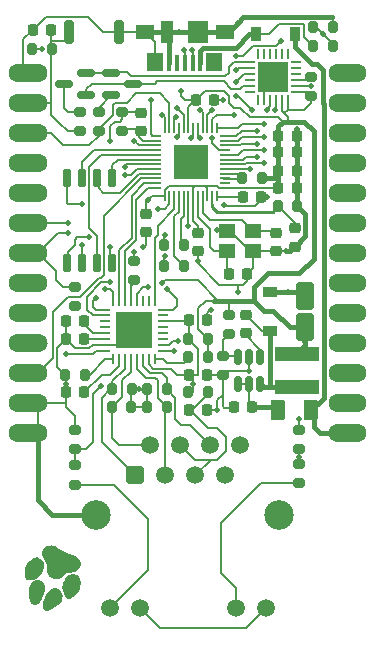
<source format=gtl>
G04 #@! TF.GenerationSoftware,KiCad,Pcbnew,(6.0.4)*
G04 #@! TF.CreationDate,2022-10-30T16:37:21+13:00*
G04 #@! TF.ProjectId,LAN-Module,4c414e2d-4d6f-4647-956c-652e6b696361,rev?*
G04 #@! TF.SameCoordinates,Original*
G04 #@! TF.FileFunction,Copper,L1,Top*
G04 #@! TF.FilePolarity,Positive*
%FSLAX46Y46*%
G04 Gerber Fmt 4.6, Leading zero omitted, Abs format (unit mm)*
G04 Created by KiCad (PCBNEW (6.0.4)) date 2022-10-30 16:37:21*
%MOMM*%
%LPD*%
G01*
G04 APERTURE LIST*
G04 Aperture macros list*
%AMRoundRect*
0 Rectangle with rounded corners*
0 $1 Rounding radius*
0 $2 $3 $4 $5 $6 $7 $8 $9 X,Y pos of 4 corners*
0 Add a 4 corners polygon primitive as box body*
4,1,4,$2,$3,$4,$5,$6,$7,$8,$9,$2,$3,0*
0 Add four circle primitives for the rounded corners*
1,1,$1+$1,$2,$3*
1,1,$1+$1,$4,$5*
1,1,$1+$1,$6,$7*
1,1,$1+$1,$8,$9*
0 Add four rect primitives between the rounded corners*
20,1,$1+$1,$2,$3,$4,$5,0*
20,1,$1+$1,$4,$5,$6,$7,0*
20,1,$1+$1,$6,$7,$8,$9,0*
20,1,$1+$1,$8,$9,$2,$3,0*%
G04 Aperture macros list end*
G04 #@! TA.AperFunction,SMDPad,CuDef*
%ADD10R,1.200000X0.900000*%
G04 #@! TD*
G04 #@! TA.AperFunction,SMDPad,CuDef*
%ADD11R,0.900000X1.200000*%
G04 #@! TD*
G04 #@! TA.AperFunction,SMDPad,CuDef*
%ADD12RoundRect,0.200000X-0.275000X0.200000X-0.275000X-0.200000X0.275000X-0.200000X0.275000X0.200000X0*%
G04 #@! TD*
G04 #@! TA.AperFunction,SMDPad,CuDef*
%ADD13RoundRect,0.200000X0.200000X0.275000X-0.200000X0.275000X-0.200000X-0.275000X0.200000X-0.275000X0*%
G04 #@! TD*
G04 #@! TA.AperFunction,ComponentPad*
%ADD14C,2.500000*%
G04 #@! TD*
G04 #@! TA.AperFunction,ComponentPad*
%ADD15C,1.500000*%
G04 #@! TD*
G04 #@! TA.AperFunction,ComponentPad*
%ADD16RoundRect,0.250500X-0.499500X-0.499500X0.499500X-0.499500X0.499500X0.499500X-0.499500X0.499500X0*%
G04 #@! TD*
G04 #@! TA.AperFunction,ComponentPad*
%ADD17C,1.600000*%
G04 #@! TD*
G04 #@! TA.AperFunction,SMDPad,CuDef*
%ADD18R,1.651000X1.600000*%
G04 #@! TD*
G04 #@! TA.AperFunction,SMDPad,CuDef*
%ADD19RoundRect,0.225000X0.225000X0.250000X-0.225000X0.250000X-0.225000X-0.250000X0.225000X-0.250000X0*%
G04 #@! TD*
G04 #@! TA.AperFunction,SMDPad,CuDef*
%ADD20R,3.700000X1.200000*%
G04 #@! TD*
G04 #@! TA.AperFunction,SMDPad,CuDef*
%ADD21RoundRect,0.200000X-0.200000X-0.275000X0.200000X-0.275000X0.200000X0.275000X-0.200000X0.275000X0*%
G04 #@! TD*
G04 #@! TA.AperFunction,SMDPad,CuDef*
%ADD22R,2.600000X2.600000*%
G04 #@! TD*
G04 #@! TA.AperFunction,SMDPad,CuDef*
%ADD23RoundRect,0.062500X0.350000X-0.062500X0.350000X0.062500X-0.350000X0.062500X-0.350000X-0.062500X0*%
G04 #@! TD*
G04 #@! TA.AperFunction,SMDPad,CuDef*
%ADD24RoundRect,0.062500X0.062500X-0.350000X0.062500X0.350000X-0.062500X0.350000X-0.062500X-0.350000X0*%
G04 #@! TD*
G04 #@! TA.AperFunction,SMDPad,CuDef*
%ADD25RoundRect,0.225000X-0.225000X-0.250000X0.225000X-0.250000X0.225000X0.250000X-0.225000X0.250000X0*%
G04 #@! TD*
G04 #@! TA.AperFunction,SMDPad,CuDef*
%ADD26RoundRect,0.200000X0.275000X-0.200000X0.275000X0.200000X-0.275000X0.200000X-0.275000X-0.200000X0*%
G04 #@! TD*
G04 #@! TA.AperFunction,SMDPad,CuDef*
%ADD27RoundRect,0.225000X-0.250000X0.225000X-0.250000X-0.225000X0.250000X-0.225000X0.250000X0.225000X0*%
G04 #@! TD*
G04 #@! TA.AperFunction,SMDPad,CuDef*
%ADD28RoundRect,0.250000X0.375000X0.625000X-0.375000X0.625000X-0.375000X-0.625000X0.375000X-0.625000X0*%
G04 #@! TD*
G04 #@! TA.AperFunction,SMDPad,CuDef*
%ADD29RoundRect,0.150000X0.587500X0.150000X-0.587500X0.150000X-0.587500X-0.150000X0.587500X-0.150000X0*%
G04 #@! TD*
G04 #@! TA.AperFunction,SMDPad,CuDef*
%ADD30RoundRect,0.225000X0.250000X-0.225000X0.250000X0.225000X-0.250000X0.225000X-0.250000X-0.225000X0*%
G04 #@! TD*
G04 #@! TA.AperFunction,SMDPad,CuDef*
%ADD31R,3.100000X3.100000*%
G04 #@! TD*
G04 #@! TA.AperFunction,SMDPad,CuDef*
%ADD32RoundRect,0.062500X0.375000X-0.062500X0.375000X0.062500X-0.375000X0.062500X-0.375000X-0.062500X0*%
G04 #@! TD*
G04 #@! TA.AperFunction,SMDPad,CuDef*
%ADD33RoundRect,0.062500X0.062500X-0.375000X0.062500X0.375000X-0.062500X0.375000X-0.062500X-0.375000X0*%
G04 #@! TD*
G04 #@! TA.AperFunction,SMDPad,CuDef*
%ADD34RoundRect,0.200000X0.200000X0.800000X-0.200000X0.800000X-0.200000X-0.800000X0.200000X-0.800000X0*%
G04 #@! TD*
G04 #@! TA.AperFunction,SMDPad,CuDef*
%ADD35RoundRect,0.150000X-0.587500X-0.150000X0.587500X-0.150000X0.587500X0.150000X-0.587500X0.150000X0*%
G04 #@! TD*
G04 #@! TA.AperFunction,SMDPad,CuDef*
%ADD36R,0.450000X1.380000*%
G04 #@! TD*
G04 #@! TA.AperFunction,SMDPad,CuDef*
%ADD37R,1.800000X1.900000*%
G04 #@! TD*
G04 #@! TA.AperFunction,SMDPad,CuDef*
%ADD38R,1.000000X1.900000*%
G04 #@! TD*
G04 #@! TA.AperFunction,SMDPad,CuDef*
%ADD39R,1.425000X1.550000*%
G04 #@! TD*
G04 #@! TA.AperFunction,SMDPad,CuDef*
%ADD40R,1.650000X1.300000*%
G04 #@! TD*
G04 #@! TA.AperFunction,SMDPad,CuDef*
%ADD41RoundRect,0.150000X-0.150000X0.512500X-0.150000X-0.512500X0.150000X-0.512500X0.150000X0.512500X0*%
G04 #@! TD*
G04 #@! TA.AperFunction,SMDPad,CuDef*
%ADD42RoundRect,0.150000X-0.150000X0.650000X-0.150000X-0.650000X0.150000X-0.650000X0.150000X0.650000X0*%
G04 #@! TD*
G04 #@! TA.AperFunction,SMDPad,CuDef*
%ADD43O,0.850000X0.200000*%
G04 #@! TD*
G04 #@! TA.AperFunction,SMDPad,CuDef*
%ADD44O,0.200000X0.850000*%
G04 #@! TD*
G04 #@! TA.AperFunction,SMDPad,CuDef*
%ADD45R,3.000000X3.000000*%
G04 #@! TD*
G04 #@! TA.AperFunction,SMDPad,CuDef*
%ADD46RoundRect,0.250001X0.499999X-0.924999X0.499999X0.924999X-0.499999X0.924999X-0.499999X-0.924999X0*%
G04 #@! TD*
G04 #@! TA.AperFunction,SMDPad,CuDef*
%ADD47R,1.400000X1.200000*%
G04 #@! TD*
G04 #@! TA.AperFunction,ViaPad*
%ADD48C,0.500000*%
G04 #@! TD*
G04 #@! TA.AperFunction,Conductor*
%ADD49C,0.400000*%
G04 #@! TD*
G04 #@! TA.AperFunction,Conductor*
%ADD50C,0.200000*%
G04 #@! TD*
G04 #@! TA.AperFunction,Conductor*
%ADD51C,0.250000*%
G04 #@! TD*
G04 APERTURE END LIST*
G04 #@! TO.C,LOGO1*
G36*
X22966000Y-71521000D02*
G01*
X23063000Y-71580000D01*
X23163000Y-71662000D01*
X23296000Y-71822000D01*
X23374000Y-71998000D01*
X23397000Y-72192000D01*
X23367000Y-72405000D01*
X23282000Y-72640000D01*
X23174000Y-72842000D01*
X23047000Y-73014000D01*
X22900000Y-73156000D01*
X22729000Y-73272000D01*
X22534000Y-73363000D01*
X22306000Y-73426000D01*
X22102000Y-73435000D01*
X21934000Y-73392000D01*
X21812000Y-73298000D01*
X21753000Y-73152000D01*
X21726000Y-72932000D01*
X21730000Y-72676000D01*
X21764000Y-72425000D01*
X21829000Y-72216000D01*
X21915000Y-72065000D01*
X22034000Y-71910000D01*
X22175000Y-71763000D01*
X22324000Y-71637000D01*
X22469000Y-71544000D01*
X22632000Y-71494000D01*
X22812000Y-71485000D01*
X22966000Y-71521000D01*
G37*
G36*
X23095000Y-73459000D02*
G01*
X23256000Y-73558000D01*
X23397000Y-73726000D01*
X23467000Y-73945000D01*
X23475000Y-74129000D01*
X23448000Y-74338000D01*
X23387000Y-74562000D01*
X23294000Y-74793000D01*
X23172000Y-75024000D01*
X23012000Y-75260000D01*
X22857000Y-75421000D01*
X22706000Y-75507000D01*
X22558000Y-75520000D01*
X22390000Y-75457000D01*
X22263000Y-75326000D01*
X22171000Y-75119000D01*
X22110000Y-74828000D01*
X22075000Y-74518000D01*
X22069000Y-74262000D01*
X22093000Y-74052000D01*
X22150000Y-73878000D01*
X22241000Y-73733000D01*
X22368000Y-73605000D01*
X22548000Y-73487000D01*
X22734000Y-73424000D01*
X22919000Y-73414000D01*
X23095000Y-73459000D01*
G37*
G36*
X24167000Y-70502000D02*
G01*
X24316000Y-70553000D01*
X24481000Y-70638000D01*
X24679000Y-70765000D01*
X24863000Y-70886000D01*
X25023000Y-70977000D01*
X25180000Y-71048000D01*
X25355000Y-71110000D01*
X25569000Y-71172000D01*
X25849000Y-71254000D01*
X26024000Y-71328000D01*
X26154000Y-71420000D01*
X26327000Y-71596000D01*
X26430000Y-71775000D01*
X26472000Y-71972000D01*
X26467000Y-72129000D01*
X26410000Y-72291000D01*
X26313000Y-72454000D01*
X26182000Y-72583000D01*
X26014000Y-72679000D01*
X25806000Y-72744000D01*
X25556000Y-72779000D01*
X25331000Y-72814000D01*
X25161000Y-72890000D01*
X25004000Y-73027000D01*
X24806000Y-73211000D01*
X24633000Y-73299000D01*
X24422000Y-73323000D01*
X24264000Y-73307000D01*
X24092000Y-73243000D01*
X23925000Y-73151000D01*
X23799000Y-73021000D01*
X23698000Y-72867000D01*
X23654000Y-72705000D01*
X23656000Y-72502000D01*
X23668000Y-72287000D01*
X23648000Y-72127000D01*
X23583000Y-71980000D01*
X23463000Y-71806000D01*
X23338000Y-71612000D01*
X23259000Y-71422000D01*
X23225000Y-71235000D01*
X23236000Y-71052000D01*
X23293000Y-70873000D01*
X23376000Y-70724000D01*
X23492000Y-70617000D01*
X23649000Y-70530000D01*
X23828000Y-70482000D01*
X24016000Y-70477000D01*
X24167000Y-70502000D01*
G37*
G36*
X24590000Y-74137000D02*
G01*
X24739000Y-74235000D01*
X24852000Y-74385000D01*
X24924000Y-74561000D01*
X24953000Y-74753000D01*
X24937000Y-74952000D01*
X24876000Y-75145000D01*
X24803000Y-75281000D01*
X24707000Y-75398000D01*
X24559000Y-75525000D01*
X24333000Y-75689000D01*
X24072000Y-75858000D01*
X23870000Y-75958000D01*
X23703000Y-75996000D01*
X23549000Y-75982000D01*
X23400000Y-75912000D01*
X23306000Y-75788000D01*
X23268000Y-75611000D01*
X23285000Y-75382000D01*
X23358000Y-75101000D01*
X23440000Y-74887000D01*
X23538000Y-74689000D01*
X23649000Y-74511000D01*
X23770000Y-74359000D01*
X23898000Y-74235000D01*
X24029000Y-74146000D01*
X24207000Y-74089000D01*
X24403000Y-74087000D01*
X24590000Y-74137000D01*
G37*
G36*
X26094000Y-72953000D02*
G01*
X26221000Y-73014000D01*
X26322000Y-73118000D01*
X26396000Y-73235000D01*
X26445000Y-73354000D01*
X26473000Y-73548000D01*
X26473000Y-73761000D01*
X26444000Y-73977000D01*
X26391000Y-74178000D01*
X26314000Y-74350000D01*
X26193000Y-74521000D01*
X26036000Y-74690000D01*
X25866000Y-74839000D01*
X25703000Y-74948000D01*
X25571000Y-74998000D01*
X25417000Y-74977000D01*
X25269000Y-74881000D01*
X25136000Y-74719000D01*
X25029000Y-74499000D01*
X24965000Y-74280000D01*
X24942000Y-74066000D01*
X24960000Y-73851000D01*
X25019000Y-73630000D01*
X25120000Y-73396000D01*
X25239000Y-73183000D01*
X25355000Y-73066000D01*
X25522000Y-72966000D01*
X25706000Y-72914000D01*
X25899000Y-72909000D01*
X26094000Y-72953000D01*
G37*
G04 #@! TD*
D10*
G04 #@! TO.P,D1,1,K*
G04 #@! TO.N,/SW*
X42500000Y-52312500D03*
G04 #@! TO.P,D1,2,A*
G04 #@! TO.N,GND*
X42500000Y-49012500D03*
G04 #@! TD*
D11*
G04 #@! TO.P,D2,1,K*
G04 #@! TO.N,/VIN*
X44650000Y-27200000D03*
G04 #@! TO.P,D2,2,A*
G04 #@! TO.N,VBUS*
X41350000Y-27200000D03*
G04 #@! TD*
D12*
G04 #@! TO.P,R24,1*
G04 #@! TO.N,Net-(Q2-Pad3)*
X26400000Y-33775000D03*
G04 #@! TO.P,R24,2*
G04 #@! TO.N,/EN*
X26400000Y-35425000D03*
G04 #@! TD*
D13*
G04 #@! TO.P,R14,1*
G04 #@! TO.N,/LAN_3P3V*
X30762500Y-58750000D03*
G04 #@! TO.P,R14,2*
G04 #@! TO.N,/MDI0_N*
X29112500Y-58750000D03*
G04 #@! TD*
D14*
G04 #@! TO.P,J2,SH*
G04 #@! TO.N,N/C*
X43305000Y-67857500D03*
X27815000Y-67857500D03*
D15*
G04 #@! TO.P,J2,12,LEDY_K*
G04 #@! TO.N,GND*
X42185000Y-75807500D03*
G04 #@! TO.P,J2,11,LEDY_A*
G04 #@! TO.N,/ETH_LED1*
X39645000Y-75807500D03*
G04 #@! TO.P,J2,10,LEDG_K*
G04 #@! TO.N,GND*
X31475000Y-75807500D03*
G04 #@! TO.P,J2,9,LEDG_A*
G04 #@! TO.N,/ETH_LED0*
X28935000Y-75807500D03*
G04 #@! TO.P,J2,8*
G04 #@! TO.N,GND*
X40000000Y-62007500D03*
G04 #@! TO.P,J2,7*
G04 #@! TO.N,N/C*
X38740000Y-64547500D03*
G04 #@! TO.P,J2,6,RD-*
G04 #@! TO.N,/MDI1_N*
X37460000Y-62007500D03*
G04 #@! TO.P,J2,5,RCT*
G04 #@! TO.N,/MDI0_CT*
X36200000Y-64547500D03*
G04 #@! TO.P,J2,4,TCT*
X34920000Y-62007500D03*
G04 #@! TO.P,J2,3,RD+*
G04 #@! TO.N,/MDI1_P*
X33660000Y-64547500D03*
G04 #@! TO.P,J2,2,TD-*
G04 #@! TO.N,/MDI0_N*
X32380000Y-62007500D03*
D16*
G04 #@! TO.P,J2,1,TD+*
G04 #@! TO.N,/MDI0_P*
X31120000Y-64547500D03*
G04 #@! TD*
D17*
G04 #@! TO.P,J20,1,1*
G04 #@! TO.N,/IO32*
X48260000Y-38100000D03*
X49911000Y-38100000D03*
D18*
X49085500Y-38100000D03*
G04 #@! TD*
D19*
G04 #@! TO.P,C2,1*
G04 #@! TO.N,GND*
X44775000Y-40250000D03*
G04 #@! TO.P,C2,2*
G04 #@! TO.N,+3V3*
X43225000Y-40250000D03*
G04 #@! TD*
D17*
G04 #@! TO.P,J10,1,1*
G04 #@! TO.N,/IO4*
X22860000Y-48260000D03*
D18*
X22034500Y-48260000D03*
D17*
X21209000Y-48260000D03*
G04 #@! TD*
D20*
G04 #@! TO.P,L2,1,1*
G04 #@! TO.N,/SW*
X44800000Y-57062500D03*
G04 #@! TO.P,L2,2,2*
G04 #@! TO.N,+3V3*
X44800000Y-54262500D03*
G04 #@! TD*
D18*
G04 #@! TO.P,J23,1,1*
G04 #@! TO.N,/S_VN*
X49085500Y-45720000D03*
D17*
X49911000Y-45720000D03*
X48260000Y-45720000D03*
G04 #@! TD*
D21*
G04 #@! TO.P,R8,1*
G04 #@! TO.N,GND*
X25175000Y-56000000D03*
G04 #@! TO.P,R8,2*
G04 #@! TO.N,/RSET*
X26825000Y-56000000D03*
G04 #@! TD*
G04 #@! TO.P,R17,1*
G04 #@! TO.N,/LAN_3P3V*
X32112500Y-58750000D03*
G04 #@! TO.P,R17,2*
G04 #@! TO.N,/MDI1_P*
X33762500Y-58750000D03*
G04 #@! TD*
D19*
G04 #@! TO.P,C22,1*
G04 #@! TO.N,/AVDD10*
X26775000Y-57500000D03*
G04 #@! TO.P,C22,2*
G04 #@! TO.N,GND*
X25225000Y-57500000D03*
G04 #@! TD*
D22*
G04 #@! TO.P,U5,25,GND*
G04 #@! TO.N,GND*
X42750000Y-30800000D03*
D23*
G04 #@! TO.P,U5,24,~{DCD}*
G04 #@! TO.N,unconnected-(U5-Pad24)*
X40812500Y-32050000D03*
G04 #@! TO.P,U5,23,~{DTR}*
G04 #@! TO.N,/DTR*
X40812500Y-31550000D03*
G04 #@! TO.P,U5,22,~{DSR}*
G04 #@! TO.N,unconnected-(U5-Pad22)*
X40812500Y-31050000D03*
G04 #@! TO.P,U5,21,TXD*
G04 #@! TO.N,/U0RXD*
X40812500Y-30550000D03*
G04 #@! TO.P,U5,20,RXD*
G04 #@! TO.N,/U0TXD*
X40812500Y-30050000D03*
G04 #@! TO.P,U5,19,~{RTS}*
G04 #@! TO.N,/RTS*
X40812500Y-29550000D03*
D24*
G04 #@! TO.P,U5,18,~{CTS}*
G04 #@! TO.N,unconnected-(U5-Pad18)*
X41500000Y-28862500D03*
G04 #@! TO.P,U5,17,SUSPEND*
G04 #@! TO.N,unconnected-(U5-Pad17)*
X42000000Y-28862500D03*
G04 #@! TO.P,U5,16,NC*
G04 #@! TO.N,unconnected-(U5-Pad16)*
X42500000Y-28862500D03*
G04 #@! TO.P,U5,15,~{SUSPEND}*
G04 #@! TO.N,unconnected-(U5-Pad15)*
X43000000Y-28862500D03*
G04 #@! TO.P,U5,14,~{TXT}/GPIO.0*
G04 #@! TO.N,unconnected-(U5-Pad14)*
X43500000Y-28862500D03*
G04 #@! TO.P,U5,13,~{RXT}/GPIO.1*
G04 #@! TO.N,unconnected-(U5-Pad13)*
X44000000Y-28862500D03*
D23*
G04 #@! TO.P,U5,12,RS485/GPIO.2*
G04 #@! TO.N,unconnected-(U5-Pad12)*
X44687500Y-29550000D03*
G04 #@! TO.P,U5,11,~{WAKEUP}/GPIO.3*
G04 #@! TO.N,unconnected-(U5-Pad11)*
X44687500Y-30050000D03*
G04 #@! TO.P,U5,10,NC*
G04 #@! TO.N,unconnected-(U5-Pad10)*
X44687500Y-30550000D03*
G04 #@! TO.P,U5,9,~{RST}*
G04 #@! TO.N,Net-(R21-Pad1)*
X44687500Y-31050000D03*
G04 #@! TO.P,U5,8,VBUS*
G04 #@! TO.N,Net-(R19-Pad1)*
X44687500Y-31550000D03*
G04 #@! TO.P,U5,7,VREGIN*
G04 #@! TO.N,+3V3*
X44687500Y-32050000D03*
D24*
G04 #@! TO.P,U5,6,VDD*
X44000000Y-32737500D03*
G04 #@! TO.P,U5,5,VIO*
X43500000Y-32737500D03*
G04 #@! TO.P,U5,4,D-*
G04 #@! TO.N,/USB_N*
X43000000Y-32737500D03*
G04 #@! TO.P,U5,3,D+*
G04 #@! TO.N,/USB_P*
X42500000Y-32737500D03*
G04 #@! TO.P,U5,2,GND*
G04 #@! TO.N,GND*
X42000000Y-32737500D03*
G04 #@! TO.P,U5,1,~{RI}/CLK*
G04 #@! TO.N,unconnected-(U5-Pad1)*
X41500000Y-32737500D03*
G04 #@! TD*
D19*
G04 #@! TO.P,C7,1*
G04 #@! TO.N,GND*
X44775000Y-38750000D03*
G04 #@! TO.P,C7,2*
G04 #@! TO.N,+3V3*
X43225000Y-38750000D03*
G04 #@! TD*
G04 #@! TO.P,C3,1*
G04 #@! TO.N,GND*
X37175000Y-59000000D03*
G04 #@! TO.P,C3,2*
G04 #@! TO.N,/MDI0_CT*
X35625000Y-59000000D03*
G04 #@! TD*
D12*
G04 #@! TO.P,R2,1*
G04 #@! TO.N,GND*
X30000000Y-33775000D03*
G04 #@! TO.P,R2,2*
G04 #@! TO.N,/VDD_SDIO*
X30000000Y-35425000D03*
G04 #@! TD*
D25*
G04 #@! TO.P,C10,1*
G04 #@! TO.N,GND*
X22425000Y-26800000D03*
G04 #@! TO.P,C10,2*
G04 #@! TO.N,/EN*
X23975000Y-26800000D03*
G04 #@! TD*
D26*
G04 #@! TO.P,R11,1*
G04 #@! TO.N,/RTL_LED1*
X45000000Y-62325000D03*
G04 #@! TO.P,R11,2*
G04 #@! TO.N,GND*
X45000000Y-60675000D03*
G04 #@! TD*
D12*
G04 #@! TO.P,R10,1*
G04 #@! TO.N,+3V3*
X31000000Y-46375000D03*
G04 #@! TO.P,R10,2*
G04 #@! TO.N,/ETH_RST*
X31000000Y-48025000D03*
G04 #@! TD*
G04 #@! TO.P,R7,1*
G04 #@! TO.N,/FB*
X38500000Y-54425000D03*
G04 #@! TO.P,R7,2*
G04 #@! TO.N,GND*
X38500000Y-56075000D03*
G04 #@! TD*
D17*
G04 #@! TO.P,J4,1,1*
G04 #@! TO.N,/EN*
X22860000Y-33020000D03*
X21209000Y-33020000D03*
D18*
X22034500Y-33020000D03*
G04 #@! TD*
D27*
G04 #@! TO.P,C13,1*
G04 #@! TO.N,/XTAL_P*
X43000000Y-44000000D03*
G04 #@! TO.P,C13,2*
G04 #@! TO.N,GND*
X43000000Y-45550000D03*
G04 #@! TD*
D18*
G04 #@! TO.P,J7,1,1*
G04 #@! TO.N,/IO16*
X22034500Y-40640000D03*
D17*
X22860000Y-40640000D03*
X21209000Y-40640000D03*
G04 #@! TD*
D18*
G04 #@! TO.P,J25,1,1*
G04 #@! TO.N,/IO37*
X49085500Y-50800000D03*
D17*
X48260000Y-50800000D03*
X49911000Y-50800000D03*
G04 #@! TD*
D13*
G04 #@! TO.P,R13,1*
G04 #@! TO.N,/LAN_3P3V*
X30825000Y-57250000D03*
G04 #@! TO.P,R13,2*
G04 #@! TO.N,/MDI0_P*
X29175000Y-57250000D03*
G04 #@! TD*
G04 #@! TO.P,R20,1*
G04 #@! TO.N,GND*
X47825000Y-26600000D03*
G04 #@! TO.P,R20,2*
G04 #@! TO.N,Net-(R19-Pad1)*
X46175000Y-26600000D03*
G04 #@! TD*
D17*
G04 #@! TO.P,J27,1,1*
G04 #@! TO.N,GND*
X48260000Y-58420000D03*
X49911000Y-58420000D03*
D18*
X49085500Y-58420000D03*
G04 #@! TD*
G04 #@! TO.P,J8,1,1*
G04 #@! TO.N,/IO15*
X22034500Y-43180000D03*
D17*
X22860000Y-43180000D03*
X21209000Y-43180000D03*
G04 #@! TD*
D28*
G04 #@! TO.P,F1,1*
G04 #@! TO.N,/VIN*
X46000000Y-59000000D03*
G04 #@! TO.P,F1,2*
G04 #@! TO.N,Net-(C17-Pad1)*
X43200000Y-59000000D03*
G04 #@! TD*
D18*
G04 #@! TO.P,J17,1,1*
G04 #@! TO.N,/U0TXD*
X49085500Y-30480000D03*
D17*
X48260000Y-30480000D03*
X49911000Y-30480000D03*
G04 #@! TD*
G04 #@! TO.P,J26,1,1*
G04 #@! TO.N,/S_VP*
X48260000Y-53340000D03*
D18*
X49085500Y-53340000D03*
D17*
X49911000Y-53340000D03*
G04 #@! TD*
D29*
G04 #@! TO.P,Q2,1,G*
G04 #@! TO.N,/DTR*
X26937500Y-32350000D03*
G04 #@! TO.P,Q2,2,S*
G04 #@! TO.N,/RTS*
X26937500Y-30450000D03*
G04 #@! TO.P,Q2,3,D*
G04 #@! TO.N,Net-(Q2-Pad3)*
X25062500Y-31400000D03*
G04 #@! TD*
D21*
G04 #@! TO.P,R18,1*
G04 #@! TO.N,/LAN_3P3V*
X32112500Y-57250000D03*
G04 #@! TO.P,R18,2*
G04 #@! TO.N,/MDI1_N*
X33762500Y-57250000D03*
G04 #@! TD*
D30*
G04 #@! TO.P,C8,1*
G04 #@! TO.N,GND*
X32000000Y-43975000D03*
G04 #@! TO.P,C8,2*
G04 #@! TO.N,+3V3*
X32000000Y-42425000D03*
G04 #@! TD*
D25*
G04 #@! TO.P,C24,1*
G04 #@! TO.N,/LAN_3P3V*
X35625000Y-56000000D03*
G04 #@! TO.P,C24,2*
G04 #@! TO.N,GND*
X37175000Y-56000000D03*
G04 #@! TD*
D13*
G04 #@! TO.P,R3,1*
G04 #@! TO.N,GND*
X44825000Y-41750000D03*
G04 #@! TO.P,R3,2*
G04 #@! TO.N,/CAP2*
X43175000Y-41750000D03*
G04 #@! TD*
D26*
G04 #@! TO.P,R12,1*
G04 #@! TO.N,/RTL_LED0*
X26000000Y-62325000D03*
G04 #@! TO.P,R12,2*
G04 #@! TO.N,GND*
X26000000Y-60675000D03*
G04 #@! TD*
D31*
G04 #@! TO.P,U4,33,GND*
G04 #@! TO.N,GND*
X31000000Y-52250000D03*
D32*
G04 #@! TO.P,U4,32,CKXTAL2*
G04 #@! TO.N,/ETH_CLK*
X28562500Y-54000000D03*
G04 #@! TO.P,U4,31,CKXTAL1*
G04 #@! TO.N,GND*
X28562500Y-53500000D03*
G04 #@! TO.P,U4,30,AVDD33*
G04 #@! TO.N,/LAN_3P3V*
X28562500Y-53000000D03*
G04 #@! TO.P,U4,29,DVDD10OUT*
G04 #@! TO.N,/DVDD10*
X28562500Y-52500000D03*
G04 #@! TO.P,U4,28,RXER_FXEN*
G04 #@! TO.N,unconnected-(U4-Pad28)*
X28562500Y-52000000D03*
G04 #@! TO.P,U4,27,COL*
G04 #@! TO.N,unconnected-(U4-Pad27)*
X28562500Y-51500000D03*
G04 #@! TO.P,U4,26,CRS_DV*
G04 #@! TO.N,/ETH_CRS_DV*
X28562500Y-51000000D03*
G04 #@! TO.P,U4,25,LED1_PHYAD1*
G04 #@! TO.N,/RTL_LED1*
X28562500Y-50500000D03*
D33*
G04 #@! TO.P,U4,24,LED0_PHYAD0*
G04 #@! TO.N,/RTL_LED0*
X29250000Y-49812500D03*
G04 #@! TO.P,U4,23,MDIO*
G04 #@! TO.N,/ETH_MDIO*
X29750000Y-49812500D03*
G04 #@! TO.P,U4,22,MDC*
G04 #@! TO.N,/ETH_MDC*
X30250000Y-49812500D03*
G04 #@! TO.P,U4,21,PHYRSTB*
G04 #@! TO.N,/ETH_RST*
X30750000Y-49812500D03*
G04 #@! TO.P,U4,20,TXEN*
G04 #@! TO.N,/ETH_TXEN*
X31250000Y-49812500D03*
G04 #@! TO.P,U4,19,TXD3*
G04 #@! TO.N,unconnected-(U4-Pad19)*
X31750000Y-49812500D03*
G04 #@! TO.P,U4,18,TXD2*
G04 #@! TO.N,unconnected-(U4-Pad18)*
X32250000Y-49812500D03*
G04 #@! TO.P,U4,17,TXD1*
G04 #@! TO.N,/ETH_TXD1*
X32750000Y-49812500D03*
D32*
G04 #@! TO.P,U4,16,TXD0*
G04 #@! TO.N,/ETH_TXD0*
X33437500Y-50500000D03*
G04 #@! TO.P,U4,15,TXC*
G04 #@! TO.N,unconnected-(U4-Pad15)*
X33437500Y-51000000D03*
G04 #@! TO.P,U4,14,DVDD33*
G04 #@! TO.N,/LAN_3P3V*
X33437500Y-51500000D03*
G04 #@! TO.P,U4,13,RXC*
G04 #@! TO.N,unconnected-(U4-Pad13)*
X33437500Y-52000000D03*
G04 #@! TO.P,U4,12,RXD3_CLK_CTL*
G04 #@! TO.N,unconnected-(U4-Pad12)*
X33437500Y-52500000D03*
G04 #@! TO.P,U4,11,RXD2_INTB*
G04 #@! TO.N,unconnected-(U4-Pad11)*
X33437500Y-53000000D03*
G04 #@! TO.P,U4,10,RXD1*
G04 #@! TO.N,/ETH_RXD1*
X33437500Y-53500000D03*
G04 #@! TO.P,U4,9,RXD0*
G04 #@! TO.N,/ETH_RXD0*
X33437500Y-54000000D03*
D33*
G04 #@! TO.P,U4,8,RXDV*
G04 #@! TO.N,/RXDV*
X32750000Y-54687500D03*
G04 #@! TO.P,U4,7,AVDD33*
G04 #@! TO.N,/LAN_3P3V*
X32250000Y-54687500D03*
G04 #@! TO.P,U4,6,MDI1_N*
G04 #@! TO.N,/MDI1_N*
X31750000Y-54687500D03*
G04 #@! TO.P,U4,5,MDI1_P*
G04 #@! TO.N,/MDI1_P*
X31250000Y-54687500D03*
G04 #@! TO.P,U4,4,MDI0_N*
G04 #@! TO.N,/MDI0_N*
X30750000Y-54687500D03*
G04 #@! TO.P,U4,3,MDI0_P*
G04 #@! TO.N,/MDI0_P*
X30250000Y-54687500D03*
G04 #@! TO.P,U4,2,AVDD10OUT*
G04 #@! TO.N,/AVDD10*
X29750000Y-54687500D03*
G04 #@! TO.P,U4,1,RSET*
G04 #@! TO.N,/RSET*
X29250000Y-54687500D03*
G04 #@! TD*
D12*
G04 #@! TO.P,R5,1*
G04 #@! TO.N,/IO12*
X26000000Y-48575000D03*
G04 #@! TO.P,R5,2*
G04 #@! TO.N,+3V3*
X26000000Y-50225000D03*
G04 #@! TD*
D19*
G04 #@! TO.P,C16,1*
G04 #@! TO.N,GND*
X41775000Y-41000000D03*
G04 #@! TO.P,C16,2*
G04 #@! TO.N,/CAP1*
X40225000Y-41000000D03*
G04 #@! TD*
D17*
G04 #@! TO.P,J14,1,1*
G04 #@! TO.N,GND*
X22860000Y-58420000D03*
X21209000Y-58420000D03*
D18*
X22034500Y-58420000D03*
G04 #@! TD*
D34*
G04 #@! TO.P,SW1,1,1*
G04 #@! TO.N,GND*
X29700000Y-27000000D03*
G04 #@! TO.P,SW1,2,2*
G04 #@! TO.N,/EN*
X25500000Y-27000000D03*
G04 #@! TD*
D12*
G04 #@! TO.P,R21,1*
G04 #@! TO.N,Net-(R21-Pad1)*
X46000000Y-30775000D03*
G04 #@! TO.P,R21,2*
G04 #@! TO.N,+3V3*
X46000000Y-32425000D03*
G04 #@! TD*
D17*
G04 #@! TO.P,J19,1,1*
G04 #@! TO.N,/IO33*
X49911000Y-35560000D03*
X48260000Y-35560000D03*
D18*
X49085500Y-35560000D03*
G04 #@! TD*
D21*
G04 #@! TO.P,R4,1*
G04 #@! TO.N,/U0TXD*
X33575000Y-45000000D03*
G04 #@! TO.P,R4,2*
G04 #@! TO.N,Net-(R4-Pad2)*
X35225000Y-45000000D03*
G04 #@! TD*
D18*
G04 #@! TO.P,J12,1,1*
G04 #@! TO.N,/IO14*
X22034500Y-53340000D03*
D17*
X21209000Y-53340000D03*
X22860000Y-53340000D03*
G04 #@! TD*
D18*
G04 #@! TO.P,J22,1,1*
G04 #@! TO.N,/IO34*
X49085500Y-43180000D03*
D17*
X49911000Y-43180000D03*
X48260000Y-43180000D03*
G04 #@! TD*
D13*
G04 #@! TO.P,R19,1*
G04 #@! TO.N,Net-(R19-Pad1)*
X47825000Y-28200000D03*
G04 #@! TO.P,R19,2*
G04 #@! TO.N,VBUS*
X46175000Y-28200000D03*
G04 #@! TD*
D21*
G04 #@! TO.P,R25,1*
G04 #@! TO.N,/LAN_3P3V*
X35575000Y-57500000D03*
G04 #@! TO.P,R25,2*
G04 #@! TO.N,/MDI0_CT*
X37225000Y-57500000D03*
G04 #@! TD*
D13*
G04 #@! TO.P,L3,1*
G04 #@! TO.N,+3V3*
X37225000Y-53000000D03*
G04 #@! TO.P,L3,2*
G04 #@! TO.N,/LAN_3P3V*
X35575000Y-53000000D03*
G04 #@! TD*
D17*
G04 #@! TO.P,J3,1,1*
G04 #@! TO.N,GND*
X22860000Y-30480000D03*
D18*
X22034500Y-30480000D03*
D17*
X21209000Y-30480000D03*
G04 #@! TD*
D25*
G04 #@! TO.P,C26,1*
G04 #@! TO.N,/LAN_3P3V*
X35625000Y-51400000D03*
G04 #@! TO.P,C26,2*
G04 #@! TO.N,GND*
X37175000Y-51400000D03*
G04 #@! TD*
D17*
G04 #@! TO.P,J16,1,1*
G04 #@! TO.N,GND*
X21209000Y-60960000D03*
X22860000Y-60960000D03*
D18*
X22034500Y-60960000D03*
G04 #@! TD*
D25*
G04 #@! TO.P,C12,1*
G04 #@! TO.N,/XTAL_N*
X39000000Y-47500000D03*
G04 #@! TO.P,C12,2*
G04 #@! TO.N,GND*
X40550000Y-47500000D03*
G04 #@! TD*
D17*
G04 #@! TO.P,J24,1,1*
G04 #@! TO.N,/IO38*
X48260000Y-48260000D03*
D18*
X49085500Y-48260000D03*
D17*
X49911000Y-48260000D03*
G04 #@! TD*
D19*
G04 #@! TO.P,C5,1*
G04 #@! TO.N,GND*
X44775000Y-37200000D03*
G04 #@! TO.P,C5,2*
G04 #@! TO.N,+3V3*
X43225000Y-37200000D03*
G04 #@! TD*
D12*
G04 #@! TO.P,R6,1*
G04 #@! TO.N,+3V3*
X39000000Y-50925000D03*
G04 #@! TO.P,R6,2*
G04 #@! TO.N,/FB*
X39000000Y-52575000D03*
G04 #@! TD*
D18*
G04 #@! TO.P,J13,1,1*
G04 #@! TO.N,/IO5*
X22034500Y-55880000D03*
D17*
X22860000Y-55880000D03*
X21209000Y-55880000D03*
G04 #@! TD*
D12*
G04 #@! TO.P,R23,1*
G04 #@! TO.N,Net-(Q1-Pad2)*
X28000000Y-33775000D03*
G04 #@! TO.P,R23,2*
G04 #@! TO.N,/BOOT*
X28000000Y-35425000D03*
G04 #@! TD*
D30*
G04 #@! TO.P,C15,1*
G04 #@! TO.N,GND*
X44600000Y-45175000D03*
G04 #@! TO.P,C15,2*
G04 #@! TO.N,/CAP2*
X44600000Y-43625000D03*
G04 #@! TD*
D35*
G04 #@! TO.P,Q1,1,G*
G04 #@! TO.N,/RTS*
X29062500Y-30450000D03*
G04 #@! TO.P,Q1,2,S*
G04 #@! TO.N,Net-(Q1-Pad2)*
X29062500Y-32350000D03*
G04 #@! TO.P,Q1,3,D*
G04 #@! TO.N,/DTR*
X30937500Y-31400000D03*
G04 #@! TD*
D19*
G04 #@! TO.P,C25,1*
G04 #@! TO.N,/LAN_3P3V*
X26775000Y-53000000D03*
G04 #@! TO.P,C25,2*
G04 #@! TO.N,GND*
X25225000Y-53000000D03*
G04 #@! TD*
D17*
G04 #@! TO.P,J5,1,1*
G04 #@! TO.N,/BOOT*
X21209000Y-35560000D03*
X22860000Y-35560000D03*
D18*
X22034500Y-35560000D03*
G04 #@! TD*
D12*
G04 #@! TO.P,R15,1*
G04 #@! TO.N,/RTL_LED0*
X26000000Y-63675000D03*
G04 #@! TO.P,R15,2*
G04 #@! TO.N,/ETH_LED0*
X26000000Y-65325000D03*
G04 #@! TD*
D13*
G04 #@! TO.P,R1,1*
G04 #@! TO.N,/EN*
X24025000Y-28400000D03*
G04 #@! TO.P,R1,2*
G04 #@! TO.N,+3V3*
X22375000Y-28400000D03*
G04 #@! TD*
D21*
G04 #@! TO.P,R22,1*
G04 #@! TO.N,/U0RXD*
X33575000Y-46800000D03*
G04 #@! TO.P,R22,2*
G04 #@! TO.N,Net-(R22-Pad2)*
X35225000Y-46800000D03*
G04 #@! TD*
D30*
G04 #@! TO.P,C9,1*
G04 #@! TO.N,GND*
X36400000Y-45575000D03*
G04 #@! TO.P,C9,2*
G04 #@! TO.N,+3V3*
X36400000Y-44025000D03*
G04 #@! TD*
D36*
G04 #@! TO.P,J1,1,VBUS*
G04 #@! TO.N,VBUS*
X36600000Y-29660000D03*
G04 #@! TO.P,J1,2,D-*
G04 #@! TO.N,/USB_N*
X35950000Y-29660000D03*
G04 #@! TO.P,J1,3,D+*
G04 #@! TO.N,/USB_P*
X35300000Y-29660000D03*
G04 #@! TO.P,J1,4,ID*
G04 #@! TO.N,unconnected-(J1-Pad4)*
X34650000Y-29660000D03*
G04 #@! TO.P,J1,5,GND*
G04 #@! TO.N,GND*
X34000000Y-29660000D03*
D37*
G04 #@! TO.P,J1,6,Shield*
X36450000Y-27000000D03*
D38*
X33750000Y-27000000D03*
D39*
X32812500Y-29575000D03*
D40*
X38675000Y-27000000D03*
D39*
X37787500Y-29575000D03*
D40*
X31925000Y-27000000D03*
G04 #@! TD*
D13*
G04 #@! TO.P,R9,1*
G04 #@! TO.N,+3V3*
X37225000Y-54500000D03*
G04 #@! TO.P,R9,2*
G04 #@! TO.N,/RXDV*
X35575000Y-54500000D03*
G04 #@! TD*
D18*
G04 #@! TO.P,J28,1,1*
G04 #@! TO.N,/VIN*
X49085500Y-60960000D03*
D17*
X48260000Y-60960000D03*
X49911000Y-60960000D03*
G04 #@! TD*
D41*
G04 #@! TO.P,U3,1,CB*
G04 #@! TO.N,Net-(C20-Pad1)*
X41700000Y-54525000D03*
G04 #@! TO.P,U3,2,GND*
G04 #@! TO.N,GND*
X40750000Y-54525000D03*
G04 #@! TO.P,U3,3,FB*
G04 #@! TO.N,/FB*
X39800000Y-54525000D03*
G04 #@! TO.P,U3,4,~{SHDN}*
G04 #@! TO.N,Net-(C17-Pad1)*
X39800000Y-56800000D03*
G04 #@! TO.P,U3,5,VIN*
X40750000Y-56800000D03*
G04 #@! TO.P,U3,6,SW*
G04 #@! TO.N,/SW*
X41700000Y-56800000D03*
G04 #@! TD*
D18*
G04 #@! TO.P,J21,1,1*
G04 #@! TO.N,/IO35*
X49085500Y-40640000D03*
D17*
X48260000Y-40640000D03*
X49911000Y-40640000D03*
G04 #@! TD*
D25*
G04 #@! TO.P,C19,1*
G04 #@! TO.N,+3V3*
X36225000Y-32750000D03*
G04 #@! TO.P,C19,2*
G04 #@! TO.N,GND*
X37775000Y-32750000D03*
G04 #@! TD*
D18*
G04 #@! TO.P,J15,1,1*
G04 #@! TO.N,/3V3*
X49085500Y-55880000D03*
D17*
X48260000Y-55880000D03*
X49911000Y-55880000D03*
G04 #@! TD*
D12*
G04 #@! TO.P,R16,1*
G04 #@! TO.N,/RTL_LED1*
X45000000Y-63575000D03*
G04 #@! TO.P,R16,2*
G04 #@! TO.N,/ETH_LED1*
X45000000Y-65225000D03*
G04 #@! TD*
D21*
G04 #@! TO.P,L1,1*
G04 #@! TO.N,/VDD3P3*
X40175000Y-39400000D03*
G04 #@! TO.P,L1,2*
G04 #@! TO.N,+3V3*
X41825000Y-39400000D03*
G04 #@! TD*
D27*
G04 #@! TO.P,C14,1*
G04 #@! TO.N,GND*
X31600000Y-33825000D03*
G04 #@! TO.P,C14,2*
G04 #@! TO.N,/VDD_SDIO*
X31600000Y-35375000D03*
G04 #@! TD*
D19*
G04 #@! TO.P,C18,1*
G04 #@! TO.N,Net-(C17-Pad1)*
X41025000Y-58750000D03*
G04 #@! TO.P,C18,2*
G04 #@! TO.N,GND*
X39475000Y-58750000D03*
G04 #@! TD*
D18*
G04 #@! TO.P,J6,1,1*
G04 #@! TO.N,/IO13*
X22034500Y-38100000D03*
D17*
X21209000Y-38100000D03*
X22860000Y-38100000D03*
G04 #@! TD*
D42*
G04 #@! TO.P,U2,1,~{CS}*
G04 #@! TO.N,/SDCS*
X29105000Y-39400000D03*
G04 #@! TO.P,U2,2,DO(IO1)*
G04 #@! TO.N,/SDD1*
X27835000Y-39400000D03*
G04 #@! TO.P,U2,3,IO2*
G04 #@! TO.N,/SDD2*
X26565000Y-39400000D03*
G04 #@! TO.P,U2,4,GND*
G04 #@! TO.N,GND*
X25295000Y-39400000D03*
G04 #@! TO.P,U2,5,DI(IO0)*
G04 #@! TO.N,/SDD0*
X25295000Y-46600000D03*
G04 #@! TO.P,U2,6,CLK*
G04 #@! TO.N,/SDCK*
X26565000Y-46600000D03*
G04 #@! TO.P,U2,7,IO3*
G04 #@! TO.N,/SDD3*
X27835000Y-46600000D03*
G04 #@! TO.P,U2,8,VCC*
G04 #@! TO.N,+3V3*
X29105000Y-46600000D03*
G04 #@! TD*
D30*
G04 #@! TO.P,C20,1*
G04 #@! TO.N,Net-(C20-Pad1)*
X40500000Y-52525000D03*
G04 #@! TO.P,C20,2*
G04 #@! TO.N,/SW*
X40500000Y-50975000D03*
G04 #@! TD*
D43*
G04 #@! TO.P,U1,1,VDDA*
G04 #@! TO.N,+3V3*
X38700000Y-40200000D03*
G04 #@! TO.P,U1,2,LNA_IN*
G04 #@! TO.N,unconnected-(U1-Pad2)*
X38700000Y-39800000D03*
G04 #@! TO.P,U1,3,VDD3P3*
G04 #@! TO.N,/VDD3P3*
X38700000Y-39400000D03*
G04 #@! TO.P,U1,4,VDD3P3*
X38700000Y-39000000D03*
G04 #@! TO.P,U1,5,SENSOR_VP*
G04 #@! TO.N,/S_VP*
X38700000Y-38600000D03*
G04 #@! TO.P,U1,6,SENSOR_CAPP*
G04 #@! TO.N,/IO37*
X38700000Y-38200000D03*
G04 #@! TO.P,U1,7,SENSOR_CAPN*
G04 #@! TO.N,/IO38*
X38700000Y-37800000D03*
G04 #@! TO.P,U1,8,SENSOR_VN*
G04 #@! TO.N,/S_VN*
X38700000Y-37400000D03*
G04 #@! TO.P,U1,9,CHIP_PU*
G04 #@! TO.N,/EN*
X38700000Y-37000000D03*
G04 #@! TO.P,U1,10,VDET_1*
G04 #@! TO.N,/IO34*
X38700000Y-36600000D03*
G04 #@! TO.P,U1,11,VDET_2*
G04 #@! TO.N,/IO35*
X38700000Y-36200000D03*
G04 #@! TO.P,U1,12,32K_XP*
G04 #@! TO.N,/IO32*
X38700000Y-35800000D03*
D44*
G04 #@! TO.P,U1,13,32K_XIN*
G04 #@! TO.N,/IO33*
X38000000Y-35100000D03*
G04 #@! TO.P,U1,14,GPIO25*
G04 #@! TO.N,/ETH_RXD0*
X37600000Y-35100000D03*
G04 #@! TO.P,U1,15,GPIO26*
G04 #@! TO.N,/ETH_RXD1*
X37200000Y-35100000D03*
G04 #@! TO.P,U1,16,GPIO27*
G04 #@! TO.N,/ETH_CRS_DV*
X36800000Y-35100000D03*
G04 #@! TO.P,U1,17,MTMS*
G04 #@! TO.N,/IO14*
X36400000Y-35100000D03*
G04 #@! TO.P,U1,18,MTDI*
G04 #@! TO.N,/IO12*
X36000000Y-35100000D03*
G04 #@! TO.P,U1,19,VDD3P3_RTC*
G04 #@! TO.N,+3V3*
X35600000Y-35100000D03*
G04 #@! TO.P,U1,20,MTCK*
G04 #@! TO.N,/IO13*
X35200000Y-35100000D03*
G04 #@! TO.P,U1,21,MTDO*
G04 #@! TO.N,/IO15*
X34800000Y-35100000D03*
G04 #@! TO.P,U1,22,GPIO2*
G04 #@! TO.N,/IO2*
X34400000Y-35100000D03*
G04 #@! TO.P,U1,23,GPIO0*
G04 #@! TO.N,/BOOT*
X34000000Y-35100000D03*
G04 #@! TO.P,U1,24,GPIO4*
G04 #@! TO.N,/IO4*
X33600000Y-35100000D03*
D43*
G04 #@! TO.P,U1,25,GPIO16*
G04 #@! TO.N,/IO16*
X32900000Y-35800000D03*
G04 #@! TO.P,U1,26,VDD_SDIO*
G04 #@! TO.N,/VDD_SDIO*
X32900000Y-36200000D03*
G04 #@! TO.P,U1,27,GPIO17*
G04 #@! TO.N,/ETH_CLK*
X32900000Y-36600000D03*
G04 #@! TO.P,U1,28,SD_DATA_2*
G04 #@! TO.N,/SDD2*
X32900000Y-37000000D03*
G04 #@! TO.P,U1,29,SD_DATA_3*
G04 #@! TO.N,/SDD3*
X32900000Y-37400000D03*
G04 #@! TO.P,U1,30,SD_CMD*
G04 #@! TO.N,/SDCS*
X32900000Y-37800000D03*
G04 #@! TO.P,U1,31,SD_CLK*
G04 #@! TO.N,/SDCK*
X32900000Y-38200000D03*
G04 #@! TO.P,U1,32,SD_DATA_0*
G04 #@! TO.N,/SDD0*
X32900000Y-38600000D03*
G04 #@! TO.P,U1,33,SD_DATA_1*
G04 #@! TO.N,/SDD1*
X32900000Y-39000000D03*
G04 #@! TO.P,U1,34,GPIO5*
G04 #@! TO.N,/IO5*
X32900000Y-39400000D03*
G04 #@! TO.P,U1,35,GPIO18*
G04 #@! TO.N,/ETH_MDIO*
X32900000Y-39800000D03*
G04 #@! TO.P,U1,36,GPIO23*
G04 #@! TO.N,/ETH_MDC*
X32900000Y-40200000D03*
D44*
G04 #@! TO.P,U1,37,VDD3P3_CPU*
G04 #@! TO.N,+3V3*
X33600000Y-40900000D03*
G04 #@! TO.P,U1,38,GPIO19*
G04 #@! TO.N,/ETH_TXD0*
X34000000Y-40900000D03*
G04 #@! TO.P,U1,39,GPIO22*
G04 #@! TO.N,/ETH_TXD1*
X34400000Y-40900000D03*
G04 #@! TO.P,U1,40,U0RXD*
G04 #@! TO.N,Net-(R22-Pad2)*
X34800000Y-40900000D03*
G04 #@! TO.P,U1,41,U0TXD*
G04 #@! TO.N,Net-(R4-Pad2)*
X35200000Y-40900000D03*
G04 #@! TO.P,U1,42,GPIO21*
G04 #@! TO.N,/ETH_TXEN*
X35600000Y-40900000D03*
G04 #@! TO.P,U1,43,VDDA*
G04 #@! TO.N,+3V3*
X36000000Y-40900000D03*
G04 #@! TO.P,U1,44,XTAL_N*
G04 #@! TO.N,/XTAL_N*
X36400000Y-40900000D03*
G04 #@! TO.P,U1,45,XTAL_P*
G04 #@! TO.N,/XTAL_P*
X36800000Y-40900000D03*
G04 #@! TO.P,U1,46,VDDA*
G04 #@! TO.N,+3V3*
X37200000Y-40900000D03*
G04 #@! TO.P,U1,47,CAP2*
G04 #@! TO.N,/CAP2*
X37600000Y-40900000D03*
G04 #@! TO.P,U1,48,CAP1*
G04 #@! TO.N,/CAP1*
X38000000Y-40900000D03*
D45*
G04 #@! TO.P,U1,49,GND*
G04 #@! TO.N,GND*
X35800000Y-38000000D03*
G04 #@! TD*
D17*
G04 #@! TO.P,J18,1,1*
G04 #@! TO.N,/U0RXD*
X48260000Y-33020000D03*
X49911000Y-33020000D03*
D18*
X49085500Y-33020000D03*
G04 #@! TD*
D19*
G04 #@! TO.P,C11,1*
G04 #@! TO.N,GND*
X44775000Y-35800000D03*
G04 #@! TO.P,C11,2*
G04 #@! TO.N,+3V3*
X43225000Y-35800000D03*
G04 #@! TD*
D17*
G04 #@! TO.P,J9,1,1*
G04 #@! TO.N,/IO12*
X22860000Y-45720000D03*
D18*
X22034500Y-45720000D03*
D17*
X21209000Y-45720000D03*
G04 #@! TD*
D46*
G04 #@! TO.P,C21,1*
G04 #@! TO.N,+3V3*
X45500000Y-51987500D03*
G04 #@! TO.P,C21,2*
G04 #@! TO.N,GND*
X45500000Y-49337500D03*
G04 #@! TD*
D19*
G04 #@! TO.P,C23,1*
G04 #@! TO.N,/DVDD10*
X26775000Y-51500000D03*
G04 #@! TO.P,C23,2*
G04 #@! TO.N,GND*
X25225000Y-51500000D03*
G04 #@! TD*
D18*
G04 #@! TO.P,J11,1,1*
G04 #@! TO.N,/IO2*
X22034500Y-50800000D03*
D17*
X22860000Y-50800000D03*
X21209000Y-50800000D03*
G04 #@! TD*
D47*
G04 #@! TO.P,Y1,1,1*
G04 #@! TO.N,/XTAL_N*
X38850000Y-45550000D03*
G04 #@! TO.P,Y1,2,2*
G04 #@! TO.N,GND*
X41050000Y-45550000D03*
G04 #@! TO.P,Y1,3,3*
G04 #@! TO.N,/XTAL_P*
X41050000Y-43850000D03*
G04 #@! TO.P,Y1,4,4*
G04 #@! TO.N,GND*
X38850000Y-43850000D03*
G04 #@! TD*
D48*
G04 #@! TO.N,+3V3*
X26200000Y-50200000D03*
G04 #@! TO.N,GND*
X29000000Y-36200000D03*
X38000000Y-59000000D03*
X34800000Y-39000000D03*
X44800000Y-35249500D03*
X34800000Y-27000000D03*
X37000000Y-39000000D03*
X26600000Y-41600000D03*
X38600000Y-41625500D03*
X25200000Y-56800000D03*
X42000000Y-31800000D03*
X40750000Y-55662500D03*
X39800000Y-49000000D03*
X31800000Y-45200000D03*
X38000000Y-43800000D03*
X45000000Y-59800000D03*
X36400000Y-46400000D03*
X42250500Y-41000000D03*
X39800000Y-26200000D03*
X43850000Y-45550000D03*
X31000000Y-52250000D03*
X44000000Y-49000000D03*
X43800000Y-31800000D03*
X37500000Y-50500000D03*
X38500000Y-32750000D03*
G04 #@! TO.N,/EN*
X37600000Y-36000000D03*
G04 #@! TO.N,/S_VP*
X40800000Y-38600000D03*
G04 #@! TO.N,/S_VN*
X42000000Y-37000000D03*
G04 #@! TO.N,/IO34*
X41400000Y-36450500D03*
G04 #@! TO.N,/IO35*
X42000000Y-35901000D03*
G04 #@! TO.N,/IO32*
X41400000Y-35351500D03*
G04 #@! TO.N,/ETH_CRS_DV*
X29000000Y-48200000D03*
X36600000Y-33600000D03*
G04 #@! TO.N,/ETH_RXD1*
X34750000Y-53200000D03*
X37600000Y-33600000D03*
G04 #@! TO.N,/ETH_RXD0*
X34400000Y-54000000D03*
X39450500Y-34000000D03*
G04 #@! TO.N,+3V3*
X33334100Y-48259310D03*
X35000000Y-32000000D03*
X31000000Y-45600000D03*
X32200000Y-41200000D03*
X23175500Y-28400000D03*
X45500000Y-53250000D03*
X29000000Y-45200000D03*
G04 #@! TO.N,/IO33*
X42000000Y-34800000D03*
G04 #@! TO.N,/U0RXD*
X33600000Y-46000000D03*
X41000000Y-33600000D03*
X39600000Y-32400000D03*
X39600000Y-31250500D03*
G04 #@! TO.N,/SDD0*
X27200000Y-44400000D03*
X30200000Y-39099503D03*
G04 #@! TO.N,/ETH_TXEN*
X32200000Y-48600000D03*
X35600000Y-43400000D03*
G04 #@! TO.N,/ETH_TXD0*
X33000000Y-42000000D03*
X33800000Y-48800000D03*
G04 #@! TO.N,/SDCK*
X30200000Y-38400000D03*
X26600000Y-45000000D03*
G04 #@! TO.N,/ETH_CLK*
X31000000Y-36200000D03*
X25250000Y-54250000D03*
G04 #@! TO.N,/IO14*
X36600000Y-36000000D03*
G04 #@! TO.N,/IO12*
X25400000Y-44000000D03*
X35800000Y-36000000D03*
G04 #@! TO.N,/IO13*
X34600000Y-33400000D03*
G04 #@! TO.N,/U0TXD*
X43400000Y-27800000D03*
X33600000Y-44200000D03*
X39600000Y-29000000D03*
X39600000Y-30250500D03*
G04 #@! TO.N,/RTL_LED1*
X45000000Y-63000000D03*
X27750000Y-49500000D03*
G04 #@! TO.N,/RTL_LED0*
X28500000Y-48750000D03*
X28200000Y-57000000D03*
G04 #@! TO.N,/IO15*
X25400000Y-43200000D03*
X34658588Y-35909854D03*
G04 #@! TO.N,/IO2*
X34549500Y-34200000D03*
G04 #@! TO.N,/IO4*
X33400000Y-34000000D03*
G04 #@! TO.N,/IO16*
X32400000Y-32750000D03*
G04 #@! TO.N,Net-(R19-Pad1)*
X47000000Y-27200000D03*
X46000000Y-31600000D03*
G04 #@! TO.N,/IO37*
X42000000Y-38099000D03*
G04 #@! TO.N,/IO38*
X41400000Y-37549500D03*
G04 #@! TO.N,/LAN_3P3V*
X31437500Y-57250000D03*
X35975000Y-56775000D03*
X26800000Y-53000000D03*
G04 #@! TO.N,/USB_N*
X35900000Y-28500000D03*
X42950500Y-33600000D03*
G04 #@! TO.N,/USB_P*
X42250997Y-33600000D03*
X35200000Y-28500000D03*
G04 #@! TD*
D49*
G04 #@! TO.N,GND*
X22860000Y-60949755D02*
X22860000Y-66660000D01*
X24057500Y-67857500D02*
X22860000Y-66660000D01*
X27815000Y-67857500D02*
X24057500Y-67857500D01*
D50*
X22860000Y-58420000D02*
X22860000Y-60960000D01*
G04 #@! TO.N,/MDI0_CT*
X37497500Y-63250000D02*
X38000000Y-63250000D01*
X38000000Y-63250000D02*
X38750000Y-62500000D01*
X36162500Y-63250000D02*
X34920000Y-62007500D01*
X37412500Y-57500000D02*
X35912500Y-59000000D01*
X36200000Y-64547500D02*
X37497500Y-63250000D01*
X38000000Y-60500000D02*
X38750000Y-61250000D01*
X35975000Y-59000000D02*
X35975000Y-59225000D01*
X35975000Y-59225000D02*
X37250000Y-60500000D01*
X37497500Y-63250000D02*
X36162500Y-63250000D01*
X38750000Y-62500000D02*
X38750000Y-61250000D01*
D51*
X36627989Y-64547500D02*
X36200000Y-64547500D01*
D50*
X37250000Y-60500000D02*
X38000000Y-60500000D01*
X37512500Y-57500000D02*
X37412500Y-57500000D01*
D49*
G04 #@! TO.N,GND*
X38675000Y-27000000D02*
X39000000Y-27000000D01*
X45474520Y-44300480D02*
X45474520Y-42399520D01*
D50*
X38912500Y-55662500D02*
X38500000Y-56075000D01*
X29800000Y-34600000D02*
X30000000Y-34400000D01*
X26000000Y-59500000D02*
X25225000Y-58725000D01*
X21590000Y-27635000D02*
X22425000Y-26800000D01*
X40550000Y-47500000D02*
X41050000Y-47000000D01*
D49*
X45474520Y-42399520D02*
X44825000Y-41750000D01*
D50*
X40850978Y-45550000D02*
X39150978Y-43850000D01*
D49*
X44600000Y-45175000D02*
X45474520Y-44300480D01*
D50*
X38200000Y-48400000D02*
X39800000Y-48400000D01*
X21590000Y-30480000D02*
X21590000Y-27635000D01*
X27217263Y-53774520D02*
X25999520Y-53774520D01*
X38000000Y-43800000D02*
X38800000Y-43800000D01*
X41050000Y-47000000D02*
X41050000Y-45550000D01*
X29750000Y-53500000D02*
X31000000Y-52250000D01*
X32812500Y-27887500D02*
X31925000Y-27000000D01*
X36400000Y-46400000D02*
X36400000Y-46600000D01*
X25225000Y-56050000D02*
X25175000Y-56000000D01*
X23524520Y-25700480D02*
X27100480Y-25700480D01*
X25220000Y-58420000D02*
X25225000Y-58425000D01*
X40492500Y-77500000D02*
X42185000Y-75807500D01*
D49*
X44775000Y-35800000D02*
X44775000Y-41700000D01*
D50*
X41775000Y-41225000D02*
X41224520Y-41775480D01*
X38000000Y-59000000D02*
X38000000Y-58250000D01*
X28562500Y-53500000D02*
X29750000Y-53500000D01*
X37175000Y-56000000D02*
X38425000Y-56000000D01*
X45000000Y-60675000D02*
X45000000Y-59800000D01*
X25225000Y-51500000D02*
X25225000Y-53000000D01*
X24500000Y-55325000D02*
X25175000Y-56000000D01*
D49*
X44775000Y-35800000D02*
X44775000Y-35274500D01*
D50*
X39800000Y-48400000D02*
X39800000Y-49000000D01*
X40750000Y-54525000D02*
X40750000Y-55662500D01*
X28400000Y-27000000D02*
X29700000Y-27000000D01*
X38749980Y-41775480D02*
X38600000Y-41625500D01*
D49*
X43850000Y-45550000D02*
X44225000Y-45550000D01*
D50*
X38000000Y-58250000D02*
X38000000Y-58200000D01*
X39750000Y-77500000D02*
X40492500Y-77500000D01*
X45325000Y-49162500D02*
X45500000Y-49337500D01*
D49*
X47750480Y-25750480D02*
X40249520Y-25750480D01*
D50*
X38500000Y-57700000D02*
X38500000Y-58700000D01*
X37175000Y-50825000D02*
X37500000Y-50500000D01*
D49*
X44225000Y-45550000D02*
X44600000Y-45175000D01*
X34000000Y-29660000D02*
X34000000Y-27250000D01*
D50*
X38500000Y-58700000D02*
X38600000Y-58800000D01*
X39150978Y-43850000D02*
X38850000Y-43850000D01*
X43000000Y-45550000D02*
X44225000Y-45550000D01*
X25295000Y-41495000D02*
X25400000Y-41600000D01*
D49*
X34000000Y-27250000D02*
X33750000Y-27000000D01*
D50*
X22860000Y-58420000D02*
X25220000Y-58420000D01*
X40750000Y-55662500D02*
X38912500Y-55662500D01*
X26000000Y-60675000D02*
X26000000Y-59500000D01*
X43000000Y-45550000D02*
X41050000Y-45550000D01*
D49*
X38675000Y-27000000D02*
X31925000Y-27000000D01*
D50*
X47825000Y-25825000D02*
X47750480Y-25750480D01*
X42000000Y-32987500D02*
X42000000Y-31800000D01*
X37175000Y-59000000D02*
X37500000Y-59000000D01*
X29400000Y-34600000D02*
X29800000Y-34600000D01*
X37175000Y-51400000D02*
X37175000Y-50825000D01*
X30000000Y-34400000D02*
X30000000Y-33775000D01*
D49*
X42500000Y-49012500D02*
X45175000Y-49012500D01*
D50*
X31925000Y-27000000D02*
X29700000Y-27000000D01*
X38425000Y-56000000D02*
X38500000Y-56075000D01*
X38500000Y-56075000D02*
X38500000Y-57700000D01*
X36400000Y-46600000D02*
X38200000Y-48400000D01*
X25999520Y-53774520D02*
X25225000Y-53000000D01*
D49*
X45175000Y-49012500D02*
X45500000Y-49337500D01*
D50*
X24500000Y-53750000D02*
X24500000Y-55325000D01*
X25225000Y-53025000D02*
X24500000Y-53750000D01*
X40550000Y-48050000D02*
X40550000Y-47500000D01*
X27491783Y-53500000D02*
X27217263Y-53774520D01*
X29000000Y-36200000D02*
X29000000Y-35000000D01*
D49*
X44775000Y-35274500D02*
X44800000Y-35249500D01*
D50*
X32000000Y-45000000D02*
X31800000Y-45200000D01*
X31550000Y-33775000D02*
X31600000Y-33825000D01*
X37175000Y-59000000D02*
X38000000Y-59000000D01*
X38800000Y-43800000D02*
X38850000Y-43850000D01*
X36400000Y-45575000D02*
X36400000Y-46400000D01*
X38000000Y-58500000D02*
X38000000Y-58250000D01*
X41050000Y-45550000D02*
X40850978Y-45550000D01*
X38000000Y-58200000D02*
X38500000Y-57700000D01*
X25225000Y-57500000D02*
X25225000Y-56050000D01*
X31475000Y-75807500D02*
X33167500Y-77500000D01*
D49*
X40249520Y-25750480D02*
X39800000Y-26200000D01*
D50*
X42650000Y-49162500D02*
X42500000Y-49012500D01*
X41775000Y-41000000D02*
X41775000Y-41225000D01*
X27100480Y-25700480D02*
X28400000Y-27000000D01*
X41775000Y-41000000D02*
X42250500Y-41000000D01*
X32812500Y-29575000D02*
X32812500Y-27887500D01*
X38600000Y-58800000D02*
X39425000Y-58800000D01*
X41224520Y-41775480D02*
X39600000Y-41775480D01*
X39800000Y-48400000D02*
X40200000Y-48400000D01*
X47825000Y-26600000D02*
X47825000Y-25825000D01*
X25225000Y-58425000D02*
X25225000Y-57500000D01*
X29000000Y-35000000D02*
X29400000Y-34600000D01*
X33167500Y-77500000D02*
X39750000Y-77500000D01*
X39600000Y-41775480D02*
X38749980Y-41775480D01*
X28562500Y-53500000D02*
X27491783Y-53500000D01*
X37775000Y-32750000D02*
X38500000Y-32750000D01*
X25400000Y-41600000D02*
X26600000Y-41600000D01*
X25295000Y-39400000D02*
X25295000Y-41495000D01*
D49*
X44775000Y-41700000D02*
X44825000Y-41750000D01*
D50*
X22425000Y-26800000D02*
X23524520Y-25700480D01*
X30000000Y-33775000D02*
X31550000Y-33775000D01*
X39425000Y-58800000D02*
X39475000Y-58750000D01*
X25225000Y-58725000D02*
X25225000Y-58425000D01*
X40600000Y-47550000D02*
X40550000Y-47500000D01*
D49*
X39000000Y-27000000D02*
X39800000Y-26200000D01*
D50*
X25225000Y-53000000D02*
X25225000Y-53025000D01*
X32000000Y-43975000D02*
X32000000Y-45000000D01*
X40200000Y-48400000D02*
X40550000Y-48050000D01*
D49*
G04 #@! TO.N,VBUS*
X39594574Y-28349511D02*
X40744085Y-27200000D01*
X36600000Y-29660000D02*
X36600000Y-28570000D01*
D50*
X45399511Y-27424511D02*
X46175000Y-28200000D01*
D49*
X40744085Y-27200000D02*
X41350000Y-27200000D01*
D50*
X42400000Y-27200000D02*
X41350000Y-27200000D01*
D49*
X36820489Y-28349511D02*
X39594574Y-28349511D01*
D50*
X43699511Y-26300489D02*
X43299511Y-26300489D01*
D49*
X46175000Y-27975000D02*
X46175000Y-28000000D01*
D50*
X43299511Y-26300489D02*
X42400000Y-27200000D01*
X43699511Y-26300489D02*
X45399511Y-26300489D01*
X45399511Y-26300489D02*
X45399511Y-27424511D01*
D49*
X36600000Y-28570000D02*
X36820489Y-28349511D01*
D50*
G04 #@! TO.N,/EN*
X24000000Y-33200000D02*
X24000000Y-34000000D01*
X26400000Y-35425000D02*
X25425000Y-35425000D01*
X25500000Y-27800000D02*
X24000000Y-27800000D01*
X24009511Y-33190489D02*
X24009511Y-29609511D01*
X38700000Y-37000000D02*
X38209994Y-37000000D01*
X23975000Y-28350000D02*
X24025000Y-28400000D01*
X23975000Y-26800000D02*
X23975000Y-27775000D01*
X25425000Y-35425000D02*
X24600000Y-34600000D01*
X23980000Y-33020000D02*
X24000000Y-33000000D01*
X22860000Y-33020000D02*
X23980000Y-33020000D01*
X38209994Y-37000000D02*
X37600000Y-36390006D01*
X23975000Y-27775000D02*
X23975000Y-28350000D01*
X24000000Y-29600000D02*
X24000000Y-28425000D01*
X24009511Y-29609511D02*
X24000000Y-29600000D01*
X37600000Y-36390006D02*
X37600000Y-36000000D01*
X24000000Y-33000000D02*
X24000000Y-33200000D01*
X24000000Y-28425000D02*
X24025000Y-28400000D01*
X24000000Y-27800000D02*
X23975000Y-27775000D01*
X24000000Y-33200000D02*
X24009511Y-33190489D01*
X24000000Y-34000000D02*
X24600000Y-34600000D01*
G04 #@! TO.N,/ETH_MDC*
X32900000Y-40200000D02*
X32200000Y-40200000D01*
X30250000Y-49050000D02*
X30250000Y-49812500D01*
X31200000Y-44600000D02*
X30225480Y-45574520D01*
X32200000Y-40200000D02*
X31200000Y-41200000D01*
X31200000Y-41200000D02*
X31200000Y-44600000D01*
X30225480Y-45574520D02*
X30225480Y-49025480D01*
X30225480Y-49025480D02*
X30250000Y-49050000D01*
G04 #@! TO.N,/S_VP*
X40800000Y-38600000D02*
X38700000Y-38600000D01*
G04 #@! TO.N,/S_VN*
X39800000Y-37400000D02*
X38700000Y-37400000D01*
X42000000Y-37000000D02*
X40200000Y-37000000D01*
X40200000Y-37000000D02*
X39800000Y-37400000D01*
G04 #@! TO.N,/IO34*
X41400000Y-36450500D02*
X40149500Y-36450500D01*
X40000000Y-36600000D02*
X38700000Y-36600000D01*
X40149500Y-36450500D02*
X40000000Y-36600000D01*
G04 #@! TO.N,/CAP1*
X40155000Y-40970000D02*
X40175000Y-40950000D01*
X38000000Y-40950000D02*
X40175000Y-40950000D01*
X40175000Y-40950000D02*
X40225000Y-41000000D01*
G04 #@! TO.N,/SDD3*
X28000000Y-46565000D02*
X28035000Y-46600000D01*
X27200000Y-43600000D02*
X27200000Y-38400000D01*
X27835000Y-44235000D02*
X27200000Y-43600000D01*
X28200000Y-37400000D02*
X32900000Y-37400000D01*
X27200000Y-38400000D02*
X28200000Y-37400000D01*
X27835000Y-46600000D02*
X27835000Y-44235000D01*
G04 #@! TO.N,/ETH_TXD1*
X32750000Y-44450000D02*
X33000000Y-44200000D01*
X33000000Y-43400000D02*
X34400000Y-42000000D01*
X32750000Y-49812500D02*
X32750000Y-44450000D01*
X33000000Y-44200000D02*
X33000000Y-43400000D01*
X34400000Y-42000000D02*
X34400000Y-40900000D01*
G04 #@! TO.N,/IO35*
X39834994Y-36200000D02*
X38700000Y-36200000D01*
X42000000Y-35901000D02*
X40133994Y-35901000D01*
X40133994Y-35901000D02*
X39834994Y-36200000D01*
G04 #@! TO.N,/IO32*
X41400000Y-35351500D02*
X40118488Y-35351500D01*
X39669988Y-35800000D02*
X38700000Y-35800000D01*
X40118488Y-35351500D02*
X39669988Y-35800000D01*
G04 #@! TO.N,/ETH_CRS_DV*
X27000000Y-49400000D02*
X27000000Y-50500000D01*
X29000000Y-48200000D02*
X28200000Y-48200000D01*
X27000000Y-50500000D02*
X27500000Y-51000000D01*
X36800000Y-33800000D02*
X36800000Y-35100000D01*
X28200000Y-48200000D02*
X27000000Y-49400000D01*
X36600000Y-33600000D02*
X36800000Y-33800000D01*
X27500000Y-51000000D02*
X28500000Y-51000000D01*
G04 #@! TO.N,/ETH_RXD1*
X34750000Y-53200000D02*
X34300000Y-53200000D01*
X34000000Y-53500000D02*
X33437500Y-53500000D01*
X34300000Y-53200000D02*
X34000000Y-53500000D01*
X37200000Y-34000000D02*
X37200000Y-35100000D01*
X37600000Y-33600000D02*
X37200000Y-34000000D01*
G04 #@! TO.N,/ETH_RXD0*
X37600000Y-34400000D02*
X37600000Y-35100000D01*
X38000000Y-34000000D02*
X39450500Y-34000000D01*
X33437500Y-54000000D02*
X34400000Y-54000000D01*
X38000000Y-34000000D02*
X37600000Y-34400000D01*
G04 #@! TO.N,+3V3*
X43200000Y-34200000D02*
X43600000Y-34600000D01*
X37750000Y-49750000D02*
X39050000Y-49750000D01*
X36000000Y-40900000D02*
X36000000Y-40200000D01*
X46000000Y-33000000D02*
X46000000Y-32425000D01*
X40000000Y-33400000D02*
X40800000Y-34200000D01*
X40800000Y-34200000D02*
X43200000Y-34200000D01*
X33600000Y-40390006D02*
X33990006Y-40000000D01*
X31000000Y-46575000D02*
X31000000Y-45600000D01*
X29000000Y-46295000D02*
X29305000Y-46600000D01*
X33600000Y-40900000D02*
X32500000Y-40900000D01*
X44000000Y-33600000D02*
X43700000Y-33900000D01*
X36999520Y-31975480D02*
X38575480Y-31975480D01*
X35000000Y-32400000D02*
X35350000Y-32750000D01*
D49*
X45500000Y-51987500D02*
X44187500Y-51987500D01*
X46200000Y-35400000D02*
X45400000Y-34600000D01*
D50*
X36400000Y-52175000D02*
X36400000Y-50400000D01*
X35350000Y-32750000D02*
X36225000Y-32750000D01*
X45425000Y-33600000D02*
X45425000Y-33575000D01*
X39049511Y-32977616D02*
X39471895Y-33400000D01*
D49*
X42000000Y-50600000D02*
X41150000Y-49750000D01*
D50*
X43500000Y-33700000D02*
X43700000Y-33900000D01*
D49*
X42362989Y-47400000D02*
X45000000Y-47400000D01*
D50*
X43700000Y-33900000D02*
X44000000Y-34200000D01*
X44000000Y-32987500D02*
X44000000Y-33600000D01*
D49*
X44187500Y-51987500D02*
X42800000Y-50600000D01*
D50*
X45643573Y-32200000D02*
X46000000Y-32200000D01*
X45425000Y-33575000D02*
X46000000Y-33000000D01*
X44000000Y-34200000D02*
X44000000Y-34600000D01*
X39000000Y-49800000D02*
X39050000Y-49750000D01*
D49*
X45500000Y-51987500D02*
X45500000Y-53512500D01*
D50*
X33593410Y-48000000D02*
X36400000Y-48000000D01*
X37990006Y-40000000D02*
X36600000Y-40000000D01*
D49*
X45000000Y-47400000D02*
X46200000Y-46200000D01*
D50*
X35599520Y-33375480D02*
X36225000Y-32750000D01*
X42930000Y-40220000D02*
X43175000Y-39975000D01*
X33600000Y-40900000D02*
X33600000Y-40390006D01*
X39000000Y-50925000D02*
X39000000Y-50400000D01*
X39049511Y-32449511D02*
X39049511Y-32977616D01*
X32000000Y-41400000D02*
X32000000Y-42425000D01*
X43500000Y-32987500D02*
X43500000Y-33700000D01*
D49*
X42800000Y-50600000D02*
X42000000Y-50600000D01*
D50*
X36400000Y-43400000D02*
X36400000Y-44025000D01*
X37225000Y-53000000D02*
X37225000Y-54500000D01*
X35600000Y-33750480D02*
X35599520Y-33750000D01*
X45625000Y-32050000D02*
X46000000Y-32425000D01*
D49*
X43600000Y-34600000D02*
X43225000Y-34975000D01*
D50*
X36225000Y-32750000D02*
X36999520Y-31975480D01*
D49*
X43225000Y-34975000D02*
X43225000Y-35800000D01*
D50*
X37225000Y-53000000D02*
X36400000Y-52175000D01*
X33334100Y-48259310D02*
X33593410Y-48000000D01*
X37050000Y-49750000D02*
X37750000Y-49750000D01*
D49*
X43225000Y-35800000D02*
X43225000Y-39425000D01*
D50*
X36600000Y-40000000D02*
X37000000Y-40000000D01*
D49*
X45400000Y-34600000D02*
X44000000Y-34600000D01*
D50*
X44000000Y-33600000D02*
X45425000Y-33600000D01*
X35000000Y-32000000D02*
X35000000Y-32400000D01*
X36000000Y-40200000D02*
X36200000Y-40000000D01*
X36000000Y-40950000D02*
X36000000Y-43000000D01*
X35600000Y-35100000D02*
X35600000Y-33750480D01*
X29000000Y-45200000D02*
X29000000Y-46295000D01*
X37000000Y-40000000D02*
X37200480Y-40200480D01*
D49*
X41150000Y-48612989D02*
X42362989Y-47400000D01*
D50*
X32500000Y-40900000D02*
X32000000Y-41400000D01*
D49*
X45500000Y-53512500D02*
X44750000Y-54262500D01*
D50*
X38700000Y-40200000D02*
X43175000Y-40200000D01*
D49*
X41825000Y-39400000D02*
X43200000Y-39400000D01*
D50*
X38575480Y-31975480D02*
X39049511Y-32449511D01*
X36400000Y-48000000D02*
X38150000Y-49750000D01*
X22375000Y-28400000D02*
X23175500Y-28400000D01*
D49*
X41150000Y-49750000D02*
X37750000Y-49750000D01*
D50*
X38150000Y-49750000D02*
X39050000Y-49750000D01*
X39000000Y-50925000D02*
X39000000Y-49800000D01*
D49*
X43225000Y-39425000D02*
X43225000Y-40250000D01*
X43200000Y-39400000D02*
X43225000Y-39425000D01*
D50*
X36400000Y-50400000D02*
X37050000Y-49750000D01*
X44687500Y-32050000D02*
X45625000Y-32050000D01*
D49*
X46200000Y-46200000D02*
X46200000Y-35400000D01*
D50*
X38700000Y-40200000D02*
X38190006Y-40200000D01*
X37200480Y-40200480D02*
X37200480Y-41000000D01*
X36000000Y-43000000D02*
X36400000Y-43400000D01*
X35599520Y-33400480D02*
X35599520Y-33375480D01*
X39650000Y-49750000D02*
X39750000Y-49750000D01*
X39471895Y-33400000D02*
X40000000Y-33400000D01*
X35599520Y-33750000D02*
X35599520Y-33400480D01*
D49*
X41150000Y-49750000D02*
X41150000Y-48612989D01*
X44000000Y-34600000D02*
X43600000Y-34600000D01*
D50*
X36200000Y-40000000D02*
X36600000Y-40000000D01*
X38190006Y-40200000D02*
X37990006Y-40000000D01*
X33990006Y-40000000D02*
X36600000Y-40000000D01*
X43175000Y-40200000D02*
X43225000Y-40250000D01*
G04 #@! TO.N,/IO33*
X40104982Y-34800000D02*
X39804982Y-35100000D01*
X39804982Y-35100000D02*
X38000000Y-35100000D01*
X47760000Y-35560000D02*
X48260000Y-35560000D01*
X42000000Y-34800000D02*
X40104982Y-34800000D01*
G04 #@! TO.N,/XTAL_P*
X42850000Y-43850000D02*
X41050000Y-43850000D01*
X43000000Y-44000000D02*
X42850000Y-43850000D01*
X36800000Y-40950000D02*
X36800000Y-42300000D01*
X40150000Y-42950000D02*
X41050000Y-43850000D01*
X36800000Y-42300000D02*
X37450000Y-42950000D01*
X37450000Y-42950000D02*
X40150000Y-42950000D01*
G04 #@! TO.N,/U0RXD*
X41000000Y-33600000D02*
X39800000Y-32400000D01*
X40300500Y-30550000D02*
X39600000Y-31250500D01*
X40812500Y-30550000D02*
X40300500Y-30550000D01*
X39800000Y-32400000D02*
X39600000Y-32400000D01*
X33575000Y-46800000D02*
X33575000Y-46025000D01*
X33575000Y-46025000D02*
X33600000Y-46000000D01*
G04 #@! TO.N,/XTAL_N*
X37450000Y-43700000D02*
X37450000Y-45200000D01*
X37800000Y-45550000D02*
X38850000Y-45550000D01*
X38850000Y-47350000D02*
X38850000Y-45550000D01*
X39000000Y-47500000D02*
X38850000Y-47350000D01*
X37450000Y-45200000D02*
X37800000Y-45550000D01*
X36400000Y-40950000D02*
X36400000Y-42650000D01*
X36400000Y-42650000D02*
X37450000Y-43700000D01*
G04 #@! TO.N,/SDD0*
X25400000Y-45600000D02*
X26000000Y-45000000D01*
X30735509Y-39099503D02*
X31235012Y-38600000D01*
X31235012Y-38600000D02*
X32900000Y-38600000D01*
X25295000Y-46600000D02*
X25400000Y-46495000D01*
X30200000Y-39099503D02*
X30735509Y-39099503D01*
X25400000Y-46495000D02*
X25400000Y-45600000D01*
X26200000Y-44400000D02*
X27200000Y-44400000D01*
X26000000Y-44600000D02*
X26200000Y-44400000D01*
X26000000Y-45000000D02*
X26000000Y-44600000D01*
G04 #@! TO.N,/VDD3P3*
X39945000Y-39020000D02*
X40125000Y-39200000D01*
X38650000Y-39420000D02*
X39905000Y-39420000D01*
X38650000Y-39020000D02*
X39945000Y-39020000D01*
X39905000Y-39420000D02*
X40125000Y-39200000D01*
G04 #@! TO.N,/ETH_TXEN*
X35600000Y-43400000D02*
X35600000Y-40900000D01*
X31800000Y-48606427D02*
X31250000Y-49156427D01*
X32193573Y-48606427D02*
X31800000Y-48606427D01*
X32200000Y-48600000D02*
X32193573Y-48606427D01*
X31250000Y-49156427D02*
X31250000Y-49812500D01*
G04 #@! TO.N,/SDD1*
X28400000Y-40600000D02*
X28035000Y-40235000D01*
X31400018Y-39000000D02*
X29800018Y-40600000D01*
X28035000Y-40235000D02*
X28035000Y-39400000D01*
X29800018Y-40600000D02*
X28400000Y-40600000D01*
X32900000Y-39000000D02*
X31400018Y-39000000D01*
G04 #@! TO.N,Net-(R4-Pad2)*
X35200000Y-40900000D02*
X35200000Y-42600000D01*
X35000000Y-44775000D02*
X35225000Y-45000000D01*
X35200000Y-42600000D02*
X35000000Y-42800000D01*
X35000000Y-42800000D02*
X35000000Y-44775000D01*
G04 #@! TO.N,/ETH_TXD0*
X33600000Y-42000000D02*
X33000000Y-42000000D01*
X34000000Y-41600000D02*
X33600000Y-42000000D01*
X33437500Y-50500000D02*
X33475480Y-50462020D01*
X34000000Y-40900000D02*
X34000000Y-41600000D01*
X34600000Y-49600000D02*
X34600000Y-50000000D01*
X33800000Y-48800000D02*
X34600000Y-49600000D01*
X34300000Y-50500000D02*
X33437500Y-50500000D01*
X34600000Y-50200000D02*
X34300000Y-50500000D01*
X34600000Y-50000000D02*
X34600000Y-50200000D01*
G04 #@! TO.N,/ETH_MDIO*
X30800000Y-44434994D02*
X29750000Y-45484994D01*
X29750000Y-45484994D02*
X29750000Y-49812500D01*
X32900000Y-39800000D02*
X31850000Y-39800000D01*
X30800000Y-40850000D02*
X30800000Y-44434994D01*
X31850000Y-39800000D02*
X30800000Y-40850000D01*
G04 #@! TO.N,/SDD2*
X26565000Y-39400000D02*
X26565000Y-38035000D01*
X26565000Y-38035000D02*
X27600000Y-37000000D01*
X27600000Y-37000000D02*
X32900000Y-37000000D01*
G04 #@! TO.N,/SDCK*
X30400000Y-38200000D02*
X30200000Y-38400000D01*
X26600000Y-46565000D02*
X26565000Y-46600000D01*
X32900000Y-38200000D02*
X31070006Y-38200000D01*
X31070006Y-38200000D02*
X30400000Y-38200000D01*
X26600000Y-45000000D02*
X26600000Y-46565000D01*
G04 #@! TO.N,/BOOT*
X33200000Y-32200000D02*
X34000000Y-33000000D01*
X30400000Y-33000000D02*
X31200000Y-32200000D01*
X34000000Y-33000000D02*
X34000000Y-35100000D01*
X29200000Y-33200000D02*
X29400000Y-33000000D01*
X31200000Y-32200000D02*
X33200000Y-32200000D01*
X27200000Y-36600000D02*
X25000000Y-36600000D01*
X23960000Y-35560000D02*
X22860000Y-35560000D01*
X29200000Y-34000000D02*
X29200000Y-33200000D01*
X29400000Y-33000000D02*
X30400000Y-33000000D01*
X28000000Y-35800000D02*
X27200000Y-36600000D01*
X28000000Y-35200000D02*
X29200000Y-34000000D01*
X25000000Y-36600000D02*
X23960000Y-35560000D01*
X28000000Y-35425000D02*
X28000000Y-35800000D01*
X28000000Y-35425000D02*
X28000000Y-35200000D01*
G04 #@! TO.N,/ETH_CLK*
X28562500Y-54000000D02*
X27750000Y-54000000D01*
X27750000Y-54000000D02*
X27500000Y-54250000D01*
X27500000Y-54250000D02*
X25250000Y-54250000D01*
X31400000Y-36600000D02*
X31000000Y-36200000D01*
X32900000Y-36600000D02*
X31400000Y-36600000D01*
G04 #@! TO.N,/IO14*
X23660000Y-53340000D02*
X22860000Y-53340000D01*
X36400000Y-35800000D02*
X36600000Y-36000000D01*
X36400000Y-35100000D02*
X36400000Y-35800000D01*
G04 #@! TO.N,/VDD_SDIO*
X32900000Y-36200000D02*
X31800000Y-36200000D01*
X30000000Y-35225000D02*
X31450000Y-35225000D01*
X31450000Y-35850000D02*
X31450000Y-35225000D01*
X31450000Y-35460741D02*
X31450000Y-35200000D01*
X31800000Y-36200000D02*
X31450000Y-35850000D01*
G04 #@! TO.N,/IO12*
X25400000Y-44000000D02*
X24580000Y-44000000D01*
X24400000Y-47260000D02*
X24400000Y-48000000D01*
X24580000Y-44000000D02*
X22860000Y-45720000D01*
X24975000Y-48575000D02*
X25659994Y-48575000D01*
X24400000Y-48000000D02*
X24975000Y-48575000D01*
X25659994Y-48575000D02*
X25829997Y-48404997D01*
X22860000Y-45720000D02*
X24400000Y-47260000D01*
X36000000Y-35100000D02*
X36000000Y-35800000D01*
X36000000Y-35800000D02*
X35800000Y-36000000D01*
G04 #@! TO.N,/SDCS*
X32900000Y-37800000D02*
X32000000Y-37800000D01*
X31999520Y-37799520D02*
X32000000Y-37800000D01*
X29105000Y-39400000D02*
X29105000Y-38295000D01*
X29600480Y-37799520D02*
X31999520Y-37799520D01*
X29105000Y-38295000D02*
X29600480Y-37799520D01*
G04 #@! TO.N,/IO13*
X35200000Y-34000000D02*
X34600000Y-33400000D01*
X35200000Y-35100000D02*
X35200000Y-34000000D01*
G04 #@! TO.N,Net-(C20-Pad1)*
X41700000Y-53887500D02*
X41700000Y-54525000D01*
X40500000Y-52687500D02*
X41700000Y-53887500D01*
G04 #@! TO.N,/AVDD10*
X26775000Y-57475000D02*
X26775000Y-57500000D01*
X29000000Y-56000000D02*
X28250000Y-56000000D01*
X29750000Y-54687500D02*
X29750000Y-55250000D01*
X28250000Y-56000000D02*
X26775000Y-57475000D01*
X29750000Y-55250000D02*
X29000000Y-56000000D01*
G04 #@! TO.N,/DVDD10*
X27525000Y-52500000D02*
X26775000Y-51750000D01*
X28500000Y-52500000D02*
X27525000Y-52500000D01*
G04 #@! TO.N,/U0TXD*
X41049520Y-28150480D02*
X40200000Y-29000000D01*
X43400000Y-27800000D02*
X43049520Y-28150480D01*
X43049520Y-28150480D02*
X41049520Y-28150480D01*
X39600000Y-30250500D02*
X39800500Y-30050000D01*
X33575000Y-45000000D02*
X33575000Y-44225000D01*
X39800500Y-30050000D02*
X40812500Y-30050000D01*
X33575000Y-44225000D02*
X33600000Y-44200000D01*
X40200000Y-29000000D02*
X39600000Y-29000000D01*
G04 #@! TO.N,/RSET*
X27250000Y-56000000D02*
X26825000Y-56000000D01*
X28562500Y-54687500D02*
X27250000Y-56000000D01*
X29250000Y-54687500D02*
X28562500Y-54687500D01*
G04 #@! TO.N,/RXDV*
X35187500Y-55000000D02*
X33750000Y-55000000D01*
X35862500Y-54500000D02*
X35687500Y-54500000D01*
X33750000Y-55000000D02*
X33437500Y-54687500D01*
X35687500Y-54500000D02*
X35187500Y-55000000D01*
X33437500Y-54687500D02*
X32750000Y-54687500D01*
G04 #@! TO.N,/ETH_RST*
X30750000Y-49812500D02*
X30750000Y-48475000D01*
X30750000Y-48475000D02*
X31000000Y-48225000D01*
G04 #@! TO.N,/RTL_LED1*
X27500000Y-49750000D02*
X27750000Y-49500000D01*
X45000000Y-63575000D02*
X45000000Y-62325000D01*
X27750000Y-50500000D02*
X27500000Y-50250000D01*
X27500000Y-50250000D02*
X27500000Y-50000000D01*
X28500000Y-50500000D02*
X27750000Y-50500000D01*
X27500000Y-50000000D02*
X27500000Y-49750000D01*
G04 #@! TO.N,/RTL_LED0*
X29000000Y-48750000D02*
X28500000Y-48750000D01*
X26925000Y-62325000D02*
X26000000Y-62325000D01*
X27550883Y-61699117D02*
X26925000Y-62325000D01*
X29250000Y-49812500D02*
X29250000Y-49000000D01*
X29250000Y-49000000D02*
X29000000Y-48750000D01*
X27550883Y-57649117D02*
X27550883Y-61699117D01*
X28200000Y-57000000D02*
X27550883Y-57649117D01*
X26000000Y-63675000D02*
X26000000Y-62325000D01*
G04 #@! TO.N,/MDI0_P*
X28250000Y-58000000D02*
X28250000Y-61677500D01*
X29175000Y-56575000D02*
X29175000Y-57250000D01*
X29000000Y-57250000D02*
X28250000Y-58000000D01*
X30250000Y-55500000D02*
X29175000Y-56575000D01*
X29175000Y-57250000D02*
X29000000Y-57250000D01*
X28250000Y-61677500D02*
X31120000Y-64547500D01*
X30250000Y-54687500D02*
X30250000Y-55500000D01*
G04 #@! TO.N,/MDI0_N*
X30000000Y-57862500D02*
X29112500Y-58750000D01*
X30750000Y-54687500D02*
X30750000Y-55750000D01*
X29112500Y-61362500D02*
X29757500Y-62007500D01*
X30000000Y-56500000D02*
X30000000Y-57862500D01*
X29757500Y-62007500D02*
X32380000Y-62007500D01*
X30750000Y-55750000D02*
X30000000Y-56500000D01*
X29112500Y-58750000D02*
X29112500Y-61362500D01*
G04 #@! TO.N,/ETH_LED0*
X32200000Y-68200000D02*
X29325000Y-65325000D01*
X28935000Y-75807500D02*
X32200000Y-72542500D01*
X29325000Y-65325000D02*
X26000000Y-65325000D01*
X32200000Y-72542500D02*
X32200000Y-68200000D01*
G04 #@! TO.N,/ETH_LED1*
X41775000Y-65225000D02*
X45000000Y-65225000D01*
X38400000Y-72800000D02*
X38400000Y-68600000D01*
X38400000Y-68600000D02*
X41775000Y-65225000D01*
X39645000Y-75807500D02*
X39645000Y-74045000D01*
X39645000Y-74045000D02*
X38400000Y-72800000D01*
G04 #@! TO.N,/MDI1_P*
X33000000Y-57987500D02*
X33762500Y-58750000D01*
X32049040Y-56299040D02*
X32799040Y-56299040D01*
X33000000Y-56500000D02*
X33000000Y-57987500D01*
X33660000Y-64547500D02*
X33660000Y-58852500D01*
X32799040Y-56299040D02*
X33000000Y-56500000D01*
X31250000Y-55500000D02*
X32049040Y-56299040D01*
X31250000Y-54687500D02*
X31250000Y-55500000D01*
X33660000Y-58852500D02*
X33762500Y-58750000D01*
G04 #@! TO.N,/MDI1_N*
X33762500Y-56327506D02*
X33762500Y-57250000D01*
X34500000Y-59750000D02*
X35000000Y-60250000D01*
X33762500Y-57250000D02*
X33762500Y-57262500D01*
X33334514Y-55899520D02*
X33762500Y-56327506D01*
X31750000Y-54687500D02*
X31750000Y-55315006D01*
X33762500Y-57262500D02*
X34500000Y-58000000D01*
X35702500Y-60250000D02*
X37460000Y-62007500D01*
X31750000Y-55315006D02*
X32334514Y-55899520D01*
X34500000Y-58000000D02*
X34500000Y-59750000D01*
X35000000Y-60250000D02*
X35702500Y-60250000D01*
X32334514Y-55899520D02*
X33334514Y-55899520D01*
G04 #@! TO.N,/IO15*
X34800000Y-35768442D02*
X34658588Y-35909854D01*
X34800000Y-35100000D02*
X34800000Y-35768442D01*
X25380000Y-43180000D02*
X25400000Y-43200000D01*
X22860000Y-43180000D02*
X25380000Y-43180000D01*
G04 #@! TO.N,/IO2*
X34400000Y-34349500D02*
X34549500Y-34200000D01*
X34400000Y-35100000D02*
X34400000Y-34349500D01*
G04 #@! TO.N,/IO4*
X33600000Y-35100000D02*
X33600000Y-34200000D01*
X33600000Y-34200000D02*
X33400000Y-34000000D01*
G04 #@! TO.N,/IO16*
X32900000Y-35800000D02*
X32600000Y-35800000D01*
X32400000Y-35600000D02*
X32400000Y-32750000D01*
X32600000Y-35800000D02*
X32400000Y-35600000D01*
G04 #@! TO.N,/IO5*
X22860000Y-55880000D02*
X24100480Y-54639520D01*
X28434520Y-47565480D02*
X28434520Y-42565480D01*
X28200000Y-47800000D02*
X28434520Y-47565480D01*
X26400000Y-49400000D02*
X28000000Y-47800000D01*
X24100480Y-54639520D02*
X24100480Y-50699520D01*
X24100480Y-50699520D02*
X25400000Y-49400000D01*
X25400000Y-49400000D02*
X26400000Y-49400000D01*
X28000000Y-47800000D02*
X28200000Y-47800000D01*
X28434520Y-42565480D02*
X31600000Y-39400000D01*
X31600000Y-39400000D02*
X32900000Y-39400000D01*
G04 #@! TO.N,Net-(Q1-Pad2)*
X28000000Y-33775000D02*
X28000000Y-33412500D01*
X28000000Y-33412500D02*
X29062500Y-32350000D01*
G04 #@! TO.N,Net-(Q2-Pad3)*
X25062500Y-33462500D02*
X25400000Y-33800000D01*
X25062500Y-31400000D02*
X25062500Y-33462500D01*
X25400000Y-33800000D02*
X26375000Y-33800000D01*
X26375000Y-33800000D02*
X26400000Y-33775000D01*
G04 #@! TO.N,Net-(R19-Pad1)*
X44687500Y-31550000D02*
X45950000Y-31550000D01*
X45950000Y-31550000D02*
X46000000Y-31600000D01*
X46425000Y-26600000D02*
X47825000Y-28000000D01*
X46175000Y-26600000D02*
X46425000Y-26600000D01*
G04 #@! TO.N,Net-(R21-Pad1)*
X45725000Y-31050000D02*
X46000000Y-30775000D01*
X44687500Y-31050000D02*
X45725000Y-31050000D01*
G04 #@! TO.N,/IO37*
X40572384Y-38050489D02*
X40422873Y-38200000D01*
X42000000Y-38099000D02*
X41076127Y-38099000D01*
X41027616Y-38050489D02*
X40572384Y-38050489D01*
X40422873Y-38200000D02*
X38700000Y-38200000D01*
X41076127Y-38099000D02*
X41027616Y-38050489D01*
G04 #@! TO.N,/IO38*
X40200000Y-37800000D02*
X38700000Y-37800000D01*
X41400000Y-37549500D02*
X40450500Y-37549500D01*
X40450500Y-37549500D02*
X40200000Y-37800000D01*
G04 #@! TO.N,Net-(R22-Pad2)*
X34400000Y-42600000D02*
X34800000Y-42200000D01*
X34400000Y-43000000D02*
X34400000Y-42600000D01*
X34800000Y-42200000D02*
X34800000Y-40900000D01*
X34400000Y-43200000D02*
X34400000Y-43000000D01*
X34400000Y-45975000D02*
X35225000Y-46800000D01*
X34400000Y-43000000D02*
X34400000Y-45975000D01*
G04 #@! TO.N,/LAN_3P3V*
X27400000Y-53000000D02*
X26775000Y-53000000D01*
X34600000Y-56000000D02*
X35975000Y-56000000D01*
X30762500Y-57250000D02*
X30762500Y-58750000D01*
X27025000Y-53000000D02*
X26775000Y-53250000D01*
X35975000Y-56000000D02*
X35975000Y-57450000D01*
X36400000Y-53825000D02*
X36400000Y-56000000D01*
X35625000Y-52950000D02*
X35575000Y-53000000D01*
X33437500Y-51500000D02*
X35612500Y-51500000D01*
X32112500Y-58750000D02*
X30762500Y-58750000D01*
X32112500Y-57250000D02*
X32112500Y-58750000D01*
D51*
X31437500Y-57250000D02*
X32112500Y-57250000D01*
D50*
X27400000Y-53000000D02*
X27025000Y-53000000D01*
X35575000Y-53000000D02*
X36400000Y-53825000D01*
X32250000Y-55136973D02*
X32613027Y-55500000D01*
X35625000Y-51400000D02*
X35625000Y-52950000D01*
X32613027Y-55500000D02*
X34100000Y-55500000D01*
X32250000Y-54687500D02*
X32250000Y-55136973D01*
X35975000Y-56000000D02*
X36400000Y-56000000D01*
X34100000Y-55500000D02*
X34600000Y-56000000D01*
X35975000Y-57450000D02*
X35925000Y-57500000D01*
X28500000Y-53000000D02*
X27400000Y-53000000D01*
D51*
X31437500Y-57250000D02*
X30762500Y-57250000D01*
G04 #@! TO.N,/CAP2*
X42725000Y-42200000D02*
X43175000Y-41750000D01*
D50*
X44625000Y-43200000D02*
X43175000Y-41750000D01*
X44625000Y-43400000D02*
X44625000Y-43200000D01*
D51*
X37600000Y-41600000D02*
X37600000Y-41800000D01*
X37600000Y-41800000D02*
X38000000Y-42200000D01*
X38000000Y-42200000D02*
X42725000Y-42200000D01*
D50*
X37600000Y-40950000D02*
X37600000Y-41600000D01*
G04 #@! TO.N,/SW*
X40500000Y-50975000D02*
X41837500Y-52312500D01*
D49*
X44750000Y-57062500D02*
X41962500Y-57062500D01*
D50*
X40500000Y-51137500D02*
X40525000Y-51162500D01*
X41837500Y-52312500D02*
X42500000Y-52312500D01*
D49*
X42500000Y-57025000D02*
X42537500Y-57062500D01*
X42500000Y-52312500D02*
X42500000Y-57025000D01*
X41962500Y-57062500D02*
X41700000Y-56800000D01*
D50*
G04 #@! TO.N,/FB*
X39700000Y-54425000D02*
X39800000Y-54525000D01*
X38500000Y-54425000D02*
X39700000Y-54425000D01*
X38500000Y-54425000D02*
X38500000Y-53075000D01*
X38500000Y-53075000D02*
X39000000Y-52575000D01*
G04 #@! TO.N,/USB_N*
X43000000Y-33550500D02*
X42950500Y-33600000D01*
X35950000Y-29660000D02*
X35950000Y-28550000D01*
X43000000Y-32737500D02*
X43000000Y-33550500D01*
X35950000Y-28550000D02*
X35900000Y-28500000D01*
G04 #@! TO.N,/USB_P*
X42500000Y-33273373D02*
X42400000Y-33373373D01*
X42400000Y-33450997D02*
X42250997Y-33600000D01*
X42500000Y-32737500D02*
X42500000Y-33273373D01*
X35300000Y-28600000D02*
X35200000Y-28500000D01*
X42400000Y-33373373D02*
X42400000Y-33450997D01*
X35300000Y-29660000D02*
X35300000Y-28600000D01*
D49*
G04 #@! TO.N,/VIN*
X46500000Y-29700000D02*
X47010489Y-30210489D01*
X46100000Y-29700000D02*
X46500000Y-29700000D01*
X47010489Y-30210489D02*
X47010489Y-33040489D01*
X47049511Y-33079511D02*
X47049511Y-57950489D01*
X47010489Y-33040489D02*
X47049511Y-33079511D01*
X46200000Y-60450000D02*
X46200000Y-59800000D01*
X48260000Y-60960000D02*
X46710000Y-60960000D01*
X46710000Y-60960000D02*
X46200000Y-60450000D01*
X44650000Y-28250000D02*
X46100000Y-29700000D01*
X44650000Y-27400000D02*
X44650000Y-28250000D01*
X47049511Y-57950489D02*
X46000000Y-59000000D01*
D50*
G04 #@! TO.N,Net-(C17-Pad1)*
X40750000Y-56800000D02*
X40750000Y-58275000D01*
X40750000Y-58275000D02*
X41225000Y-58750000D01*
X40750000Y-56800000D02*
X39800000Y-56800000D01*
D49*
X41025000Y-58750000D02*
X42950000Y-58750000D01*
X42950000Y-58750000D02*
X43200000Y-59000000D01*
D50*
G04 #@! TO.N,/RTS*
X40812500Y-29550000D02*
X39450000Y-29550000D01*
X38694322Y-30754700D02*
X30754700Y-30754700D01*
X26937500Y-30450000D02*
X29062500Y-30450000D01*
X39000000Y-30449022D02*
X38694322Y-30754700D01*
X29112500Y-30400000D02*
X29062500Y-30450000D01*
X30754700Y-30754700D02*
X30400000Y-30400000D01*
X30400000Y-30400000D02*
X29112500Y-30400000D01*
X39450000Y-29550000D02*
X39000000Y-30000000D01*
X39000000Y-30000000D02*
X39000000Y-30449022D01*
G04 #@! TO.N,/DTR*
X32976440Y-31176440D02*
X38576440Y-31176440D01*
X30937500Y-31400000D02*
X32752880Y-31400000D01*
X30937500Y-31400000D02*
X27400000Y-31400000D01*
X40000000Y-31800000D02*
X40250000Y-31550000D01*
X40250000Y-31550000D02*
X40812500Y-31550000D01*
X38576440Y-31176440D02*
X39200000Y-31800000D01*
X32752880Y-31400000D02*
X32976440Y-31176440D01*
X26937500Y-31862500D02*
X26937500Y-32350000D01*
X27400000Y-31400000D02*
X26937500Y-31862500D01*
X39200000Y-31800000D02*
X40000000Y-31800000D01*
G04 #@! TD*
M02*

</source>
